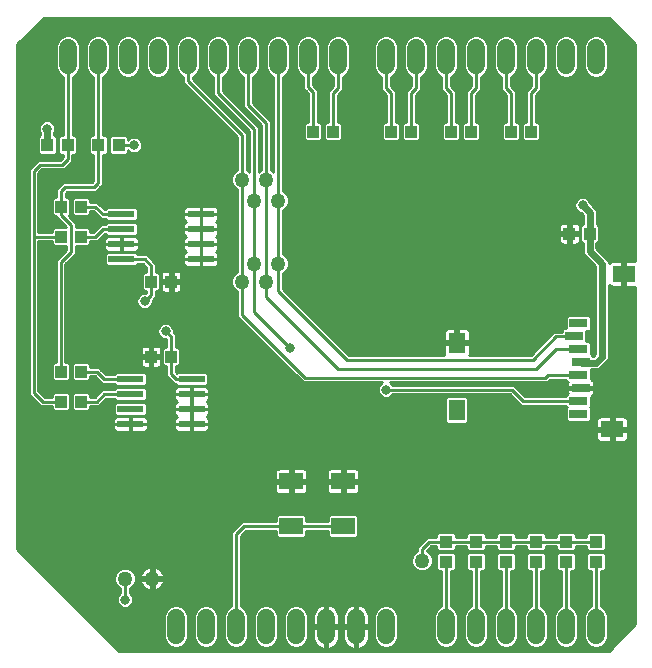
<source format=gtl>
G75*
%MOIN*%
%OFA0B0*%
%FSLAX25Y25*%
%IPPOS*%
%LPD*%
%AMOC8*
5,1,8,0,0,1.08239X$1,22.5*
%
%ADD10R,0.08700X0.02400*%
%ADD11R,0.03937X0.04331*%
%ADD12C,0.05937*%
%ADD13R,0.07874X0.05512*%
%ADD14R,0.08661X0.02362*%
%ADD15R,0.04331X0.03937*%
%ADD16R,0.07480X0.05512*%
%ADD17R,0.05512X0.07087*%
%ADD18R,0.05906X0.03150*%
%ADD19C,0.05000*%
%ADD20C,0.01000*%
%ADD21C,0.03200*%
%ADD22C,0.02400*%
D10*
X0096800Y0137500D03*
X0096800Y0142500D03*
X0096800Y0147500D03*
X0096800Y0152500D03*
X0123300Y0152500D03*
X0123300Y0147500D03*
X0123300Y0142500D03*
X0123300Y0137500D03*
D11*
X0113346Y0130000D03*
X0106654Y0130000D03*
X0083346Y0145000D03*
X0076654Y0145000D03*
X0076654Y0155000D03*
X0083346Y0155000D03*
X0078846Y0175500D03*
X0072154Y0175500D03*
X0089154Y0175500D03*
X0095846Y0175500D03*
X0160654Y0180000D03*
X0167346Y0180000D03*
X0186654Y0180000D03*
X0193346Y0180000D03*
X0206654Y0180000D03*
X0213346Y0180000D03*
X0226654Y0180000D03*
X0233346Y0180000D03*
X0246154Y0146000D03*
X0252846Y0146000D03*
X0113346Y0105000D03*
X0106654Y0105000D03*
X0083346Y0100000D03*
X0076654Y0100000D03*
X0076654Y0090000D03*
X0083346Y0090000D03*
D12*
X0115000Y0017969D02*
X0115000Y0012031D01*
X0125000Y0012031D02*
X0125000Y0017969D01*
X0135000Y0017969D02*
X0135000Y0012031D01*
X0145000Y0012031D02*
X0145000Y0017969D01*
X0155000Y0017969D02*
X0155000Y0012031D01*
X0165000Y0012031D02*
X0165000Y0017969D01*
X0175000Y0017969D02*
X0175000Y0012031D01*
X0185000Y0012031D02*
X0185000Y0017969D01*
X0205000Y0017969D02*
X0205000Y0012031D01*
X0215000Y0012031D02*
X0215000Y0017969D01*
X0225000Y0017969D02*
X0225000Y0012031D01*
X0235000Y0012031D02*
X0235000Y0017969D01*
X0245000Y0017969D02*
X0245000Y0012031D01*
X0255000Y0012031D02*
X0255000Y0017969D01*
X0255000Y0202031D02*
X0255000Y0207969D01*
X0245000Y0207969D02*
X0245000Y0202031D01*
X0235000Y0202031D02*
X0235000Y0207969D01*
X0225000Y0207969D02*
X0225000Y0202031D01*
X0215000Y0202031D02*
X0215000Y0207969D01*
X0205000Y0207969D02*
X0205000Y0202031D01*
X0195000Y0202031D02*
X0195000Y0207969D01*
X0185000Y0207969D02*
X0185000Y0202031D01*
X0169000Y0202031D02*
X0169000Y0207969D01*
X0159000Y0207969D02*
X0159000Y0202031D01*
X0149000Y0202031D02*
X0149000Y0207969D01*
X0139000Y0207969D02*
X0139000Y0202031D01*
X0129000Y0202031D02*
X0129000Y0207969D01*
X0119000Y0207969D02*
X0119000Y0202031D01*
X0109000Y0202031D02*
X0109000Y0207969D01*
X0099000Y0207969D02*
X0099000Y0202031D01*
X0089000Y0202031D02*
X0089000Y0207969D01*
X0079000Y0207969D02*
X0079000Y0202031D01*
D13*
X0153339Y0063480D03*
X0170661Y0063480D03*
X0170661Y0048520D03*
X0153339Y0048520D03*
D14*
X0120236Y0082500D03*
X0120236Y0087500D03*
X0120236Y0092500D03*
X0120236Y0097500D03*
X0099764Y0097500D03*
X0099764Y0092500D03*
X0099764Y0087500D03*
X0099764Y0082500D03*
D15*
X0205000Y0043346D03*
X0205000Y0036654D03*
X0215000Y0036654D03*
X0215000Y0043346D03*
X0225000Y0043346D03*
X0225000Y0036654D03*
X0235000Y0036654D03*
X0235000Y0043346D03*
X0245000Y0043346D03*
X0245000Y0036654D03*
X0255000Y0036654D03*
X0255000Y0043346D03*
D16*
X0260346Y0080803D03*
X0264283Y0132575D03*
D17*
X0208575Y0109543D03*
X0208575Y0087102D03*
D18*
X0247551Y0111709D03*
X0249126Y0107575D03*
X0249913Y0103244D03*
X0249126Y0098913D03*
X0249913Y0094583D03*
X0249126Y0090252D03*
X0249126Y0085921D03*
X0249126Y0116039D03*
D19*
X0197000Y0037000D03*
X0107000Y0031000D03*
X0098000Y0031000D03*
X0137000Y0130000D03*
X0141000Y0136000D03*
X0145000Y0130000D03*
X0149000Y0136000D03*
X0149000Y0157000D03*
X0141000Y0157000D03*
X0137000Y0164000D03*
X0145000Y0164000D03*
D20*
X0062000Y0209172D02*
X0062000Y0040828D01*
X0095828Y0007000D01*
X0259172Y0007000D01*
X0268000Y0015828D01*
X0268000Y0128319D01*
X0264783Y0128319D01*
X0264783Y0132075D01*
X0263783Y0132075D01*
X0263783Y0128319D01*
X0260346Y0128319D01*
X0259964Y0128421D01*
X0259622Y0128619D01*
X0259343Y0128898D01*
X0259300Y0128972D01*
X0259300Y0104047D01*
X0257300Y0102047D01*
X0255953Y0100700D01*
X0253452Y0100700D01*
X0253322Y0100569D01*
X0253179Y0100569D01*
X0253179Y0097627D01*
X0253445Y0097555D01*
X0253787Y0097358D01*
X0254066Y0097078D01*
X0254264Y0096736D01*
X0254366Y0096355D01*
X0254366Y0094870D01*
X0250201Y0094870D01*
X0250201Y0094295D01*
X0254366Y0094295D01*
X0254366Y0092810D01*
X0254264Y0092429D01*
X0254066Y0092087D01*
X0253787Y0091808D01*
X0253445Y0091610D01*
X0253179Y0091539D01*
X0253179Y0088222D01*
X0253044Y0088087D01*
X0253179Y0087952D01*
X0253179Y0083891D01*
X0252534Y0083246D01*
X0245718Y0083246D01*
X0245073Y0083891D01*
X0245073Y0087952D01*
X0245208Y0088087D01*
X0245073Y0088222D01*
X0245073Y0088652D01*
X0230085Y0088652D01*
X0229148Y0089589D01*
X0226337Y0092400D01*
X0187218Y0092400D01*
X0186529Y0091711D01*
X0185537Y0091300D01*
X0184463Y0091300D01*
X0183471Y0091711D01*
X0182711Y0092471D01*
X0182300Y0093463D01*
X0182300Y0094537D01*
X0182711Y0095529D01*
X0183471Y0096289D01*
X0183739Y0096400D01*
X0157337Y0096400D01*
X0135400Y0118337D01*
X0135400Y0126766D01*
X0134961Y0126948D01*
X0133948Y0127961D01*
X0133400Y0129284D01*
X0133400Y0130716D01*
X0133948Y0132039D01*
X0134961Y0133052D01*
X0135400Y0133234D01*
X0135400Y0160766D01*
X0134961Y0160948D01*
X0133948Y0161961D01*
X0133400Y0163284D01*
X0133400Y0164716D01*
X0133948Y0166039D01*
X0134961Y0167052D01*
X0135400Y0167234D01*
X0135400Y0178337D01*
X0117400Y0196337D01*
X0117400Y0198291D01*
X0116695Y0198582D01*
X0115551Y0199727D01*
X0114931Y0201222D01*
X0114931Y0208778D01*
X0115551Y0210273D01*
X0116695Y0211418D01*
X0118191Y0212037D01*
X0119809Y0212037D01*
X0121305Y0211418D01*
X0122449Y0210273D01*
X0123068Y0208778D01*
X0123068Y0201222D01*
X0122449Y0199727D01*
X0121305Y0198582D01*
X0120600Y0198291D01*
X0120600Y0197663D01*
X0138600Y0179663D01*
X0138600Y0167234D01*
X0139039Y0167052D01*
X0139400Y0166691D01*
X0139400Y0180337D01*
X0127400Y0192337D01*
X0127400Y0198291D01*
X0126695Y0198582D01*
X0125551Y0199727D01*
X0124931Y0201222D01*
X0124931Y0208778D01*
X0125551Y0210273D01*
X0126695Y0211418D01*
X0128191Y0212037D01*
X0129809Y0212037D01*
X0131305Y0211418D01*
X0132449Y0210273D01*
X0133068Y0208778D01*
X0133068Y0201222D01*
X0132449Y0199727D01*
X0131305Y0198582D01*
X0130600Y0198291D01*
X0130600Y0193663D01*
X0141663Y0182600D01*
X0141663Y0182600D01*
X0142600Y0181663D01*
X0142600Y0166691D01*
X0142961Y0167052D01*
X0143400Y0167234D01*
X0143400Y0182337D01*
X0137400Y0188337D01*
X0137400Y0198291D01*
X0136695Y0198582D01*
X0135551Y0199727D01*
X0134931Y0201222D01*
X0134931Y0208778D01*
X0135551Y0210273D01*
X0136695Y0211418D01*
X0138191Y0212037D01*
X0139809Y0212037D01*
X0141305Y0211418D01*
X0142449Y0210273D01*
X0143068Y0208778D01*
X0143068Y0201222D01*
X0142449Y0199727D01*
X0141305Y0198582D01*
X0140600Y0198291D01*
X0140600Y0189663D01*
X0145663Y0184600D01*
X0145663Y0184600D01*
X0146600Y0183663D01*
X0146600Y0167234D01*
X0147039Y0167052D01*
X0147400Y0166691D01*
X0147400Y0198291D01*
X0146695Y0198582D01*
X0145551Y0199727D01*
X0144931Y0201222D01*
X0144931Y0208778D01*
X0145551Y0210273D01*
X0146695Y0211418D01*
X0148191Y0212037D01*
X0149809Y0212037D01*
X0151305Y0211418D01*
X0152449Y0210273D01*
X0153068Y0208778D01*
X0153068Y0201222D01*
X0152449Y0199727D01*
X0151305Y0198582D01*
X0150600Y0198291D01*
X0150600Y0160234D01*
X0151039Y0160052D01*
X0152052Y0159039D01*
X0152600Y0157716D01*
X0152600Y0156284D01*
X0152052Y0154961D01*
X0151039Y0153948D01*
X0150600Y0153766D01*
X0150600Y0139234D01*
X0151039Y0139052D01*
X0152052Y0138039D01*
X0152600Y0136716D01*
X0152600Y0135284D01*
X0152052Y0133961D01*
X0151039Y0132948D01*
X0150600Y0132766D01*
X0150600Y0127663D01*
X0172663Y0105600D01*
X0204373Y0105600D01*
X0204319Y0105803D01*
X0204319Y0109043D01*
X0208075Y0109043D01*
X0208075Y0110043D01*
X0204319Y0110043D01*
X0204319Y0113284D01*
X0204421Y0113666D01*
X0204619Y0114008D01*
X0204898Y0114287D01*
X0205240Y0114484D01*
X0205621Y0114587D01*
X0208075Y0114587D01*
X0208075Y0110043D01*
X0209075Y0110043D01*
X0212831Y0110043D01*
X0212831Y0113284D01*
X0212728Y0113666D01*
X0212531Y0114008D01*
X0212252Y0114287D01*
X0211910Y0114484D01*
X0211528Y0114587D01*
X0209075Y0114587D01*
X0209075Y0110043D01*
X0209075Y0109043D01*
X0212831Y0109043D01*
X0212831Y0105803D01*
X0212776Y0105600D01*
X0233337Y0105600D01*
X0240109Y0112371D01*
X0241046Y0113309D01*
X0243498Y0113309D01*
X0243498Y0113739D01*
X0244143Y0114383D01*
X0245073Y0114383D01*
X0245073Y0118070D01*
X0245718Y0118714D01*
X0252534Y0118714D01*
X0253179Y0118070D01*
X0253179Y0114009D01*
X0252534Y0113365D01*
X0251604Y0113365D01*
X0251604Y0110250D01*
X0252534Y0110250D01*
X0253179Y0109605D01*
X0253179Y0105919D01*
X0253322Y0105919D01*
X0253941Y0105300D01*
X0254047Y0105300D01*
X0254700Y0105953D01*
X0254700Y0135047D01*
X0251894Y0137854D01*
X0250546Y0139201D01*
X0250546Y0142735D01*
X0250422Y0142735D01*
X0249778Y0143379D01*
X0249778Y0148621D01*
X0250422Y0149265D01*
X0250700Y0149265D01*
X0250700Y0152047D01*
X0249936Y0152811D01*
X0248971Y0153211D01*
X0248211Y0153971D01*
X0247800Y0154963D01*
X0247800Y0156037D01*
X0248211Y0157029D01*
X0248971Y0157789D01*
X0249963Y0158200D01*
X0251037Y0158200D01*
X0252029Y0157789D01*
X0252789Y0157029D01*
X0253189Y0156064D01*
X0253953Y0155300D01*
X0255300Y0153953D01*
X0255300Y0149236D01*
X0255915Y0148621D01*
X0255915Y0143379D01*
X0255271Y0142735D01*
X0255146Y0142735D01*
X0255146Y0141106D01*
X0257953Y0138300D01*
X0259300Y0136953D01*
X0259300Y0136177D01*
X0259343Y0136252D01*
X0259622Y0136531D01*
X0259964Y0136728D01*
X0260346Y0136831D01*
X0263783Y0136831D01*
X0263783Y0133075D01*
X0264783Y0133075D01*
X0264783Y0136831D01*
X0268000Y0136831D01*
X0268000Y0209172D01*
X0259172Y0218000D01*
X0070828Y0218000D01*
X0062000Y0209172D01*
X0062000Y0208696D02*
X0074931Y0208696D01*
X0074931Y0208778D02*
X0074931Y0201222D01*
X0075551Y0199727D01*
X0076695Y0198582D01*
X0077400Y0198291D01*
X0077400Y0178765D01*
X0076422Y0178765D01*
X0075778Y0178121D01*
X0075778Y0172879D01*
X0076422Y0172235D01*
X0077246Y0172235D01*
X0077246Y0171509D01*
X0076337Y0170600D01*
X0068837Y0170600D01*
X0066837Y0168600D01*
X0065900Y0167663D01*
X0065900Y0092337D01*
X0068900Y0089337D01*
X0069837Y0088400D01*
X0073585Y0088400D01*
X0073585Y0087379D01*
X0074229Y0086735D01*
X0079078Y0086735D01*
X0079722Y0087379D01*
X0079722Y0092621D01*
X0079078Y0093265D01*
X0074229Y0093265D01*
X0073585Y0092621D01*
X0073585Y0091600D01*
X0071163Y0091600D01*
X0069100Y0093663D01*
X0069100Y0143400D01*
X0073585Y0143400D01*
X0073585Y0142379D01*
X0074229Y0141735D01*
X0078400Y0141735D01*
X0078400Y0140663D01*
X0075837Y0138100D01*
X0074900Y0137163D01*
X0074900Y0103265D01*
X0074229Y0103265D01*
X0073585Y0102621D01*
X0073585Y0097379D01*
X0074229Y0096735D01*
X0079078Y0096735D01*
X0079722Y0097379D01*
X0079722Y0102621D01*
X0079078Y0103265D01*
X0078100Y0103265D01*
X0078100Y0135837D01*
X0081600Y0139337D01*
X0081600Y0141735D01*
X0085771Y0141735D01*
X0086415Y0142379D01*
X0086415Y0143400D01*
X0088663Y0143400D01*
X0089600Y0144337D01*
X0091163Y0145900D01*
X0091350Y0145900D01*
X0091350Y0145844D01*
X0091994Y0145200D01*
X0101606Y0145200D01*
X0102250Y0145844D01*
X0102250Y0149156D01*
X0101606Y0149800D01*
X0091994Y0149800D01*
X0091350Y0149156D01*
X0091350Y0149100D01*
X0089837Y0149100D01*
X0087337Y0146600D01*
X0086415Y0146600D01*
X0086415Y0147621D01*
X0085771Y0148265D01*
X0081600Y0148265D01*
X0081600Y0149663D01*
X0080663Y0150600D01*
X0079303Y0151960D01*
X0079722Y0152379D01*
X0079722Y0157621D01*
X0079078Y0158265D01*
X0078254Y0158265D01*
X0078254Y0159491D01*
X0078663Y0159900D01*
X0088163Y0159900D01*
X0089663Y0161400D01*
X0090600Y0162337D01*
X0090600Y0172235D01*
X0091578Y0172235D01*
X0092222Y0172879D01*
X0092222Y0178121D01*
X0091578Y0178765D01*
X0090634Y0178765D01*
X0090600Y0179683D01*
X0090600Y0198291D01*
X0091305Y0198582D01*
X0092449Y0199727D01*
X0093068Y0201222D01*
X0093068Y0208778D01*
X0092449Y0210273D01*
X0091305Y0211418D01*
X0089809Y0212037D01*
X0088191Y0212037D01*
X0086695Y0211418D01*
X0085551Y0210273D01*
X0084931Y0208778D01*
X0084931Y0201222D01*
X0085551Y0199727D01*
X0086695Y0198582D01*
X0087400Y0198291D01*
X0087400Y0180282D01*
X0087377Y0180257D01*
X0087400Y0179624D01*
X0087400Y0178991D01*
X0087424Y0178966D01*
X0087432Y0178765D01*
X0086729Y0178765D01*
X0086085Y0178121D01*
X0086085Y0172879D01*
X0086729Y0172235D01*
X0087400Y0172235D01*
X0087400Y0163663D01*
X0086837Y0163100D01*
X0077337Y0163100D01*
X0076400Y0162163D01*
X0075054Y0160816D01*
X0075054Y0158265D01*
X0074229Y0158265D01*
X0073585Y0157621D01*
X0073585Y0152379D01*
X0074229Y0151735D01*
X0075054Y0151735D01*
X0075054Y0151684D01*
X0078400Y0148337D01*
X0078400Y0148265D01*
X0074229Y0148265D01*
X0073585Y0147621D01*
X0073585Y0146600D01*
X0069100Y0146600D01*
X0069100Y0166337D01*
X0070163Y0167400D01*
X0077663Y0167400D01*
X0078600Y0168337D01*
X0080446Y0170184D01*
X0080446Y0172235D01*
X0081271Y0172235D01*
X0081915Y0172879D01*
X0081915Y0178121D01*
X0081271Y0178765D01*
X0080600Y0178765D01*
X0080600Y0198291D01*
X0081305Y0198582D01*
X0082449Y0199727D01*
X0083068Y0201222D01*
X0083068Y0208778D01*
X0082449Y0210273D01*
X0081305Y0211418D01*
X0079809Y0212037D01*
X0078191Y0212037D01*
X0076695Y0211418D01*
X0075551Y0210273D01*
X0074931Y0208778D01*
X0075311Y0209695D02*
X0062523Y0209695D01*
X0063522Y0210693D02*
X0075971Y0210693D01*
X0077357Y0211692D02*
X0064520Y0211692D01*
X0065519Y0212690D02*
X0264481Y0212690D01*
X0265480Y0211692D02*
X0256643Y0211692D01*
X0257305Y0211418D02*
X0255809Y0212037D01*
X0254191Y0212037D01*
X0252695Y0211418D01*
X0251551Y0210273D01*
X0250931Y0208778D01*
X0250931Y0201222D01*
X0251551Y0199727D01*
X0252695Y0198582D01*
X0254191Y0197963D01*
X0255809Y0197963D01*
X0257305Y0198582D01*
X0258449Y0199727D01*
X0259068Y0201222D01*
X0259068Y0208778D01*
X0258449Y0210273D01*
X0257305Y0211418D01*
X0258029Y0210693D02*
X0266478Y0210693D01*
X0267477Y0209695D02*
X0258689Y0209695D01*
X0259068Y0208696D02*
X0268000Y0208696D01*
X0268000Y0207698D02*
X0259068Y0207698D01*
X0259068Y0206699D02*
X0268000Y0206699D01*
X0268000Y0205701D02*
X0259068Y0205701D01*
X0259068Y0204702D02*
X0268000Y0204702D01*
X0268000Y0203704D02*
X0259068Y0203704D01*
X0259068Y0202705D02*
X0268000Y0202705D01*
X0268000Y0201707D02*
X0259068Y0201707D01*
X0258856Y0200708D02*
X0268000Y0200708D01*
X0268000Y0199710D02*
X0258432Y0199710D01*
X0257433Y0198711D02*
X0268000Y0198711D01*
X0268000Y0197713D02*
X0236600Y0197713D01*
X0236600Y0198291D02*
X0237305Y0198582D01*
X0238449Y0199727D01*
X0239068Y0201222D01*
X0239068Y0208778D01*
X0238449Y0210273D01*
X0237305Y0211418D01*
X0235809Y0212037D01*
X0234191Y0212037D01*
X0232695Y0211418D01*
X0231551Y0210273D01*
X0230931Y0208778D01*
X0230931Y0201222D01*
X0231551Y0199727D01*
X0232695Y0198582D01*
X0233400Y0198291D01*
X0233400Y0195163D01*
X0231746Y0193509D01*
X0231746Y0183265D01*
X0230922Y0183265D01*
X0230278Y0182621D01*
X0230278Y0177379D01*
X0230922Y0176735D01*
X0235771Y0176735D01*
X0236415Y0177379D01*
X0236415Y0182621D01*
X0235771Y0183265D01*
X0234946Y0183265D01*
X0234946Y0192184D01*
X0235663Y0192900D01*
X0236600Y0193837D01*
X0236600Y0198291D01*
X0237433Y0198711D02*
X0242567Y0198711D01*
X0242695Y0198582D02*
X0244191Y0197963D01*
X0245809Y0197963D01*
X0247305Y0198582D01*
X0248449Y0199727D01*
X0249068Y0201222D01*
X0249068Y0208778D01*
X0248449Y0210273D01*
X0247305Y0211418D01*
X0245809Y0212037D01*
X0244191Y0212037D01*
X0242695Y0211418D01*
X0241551Y0210273D01*
X0240931Y0208778D01*
X0240931Y0201222D01*
X0241551Y0199727D01*
X0242695Y0198582D01*
X0241568Y0199710D02*
X0238432Y0199710D01*
X0238856Y0200708D02*
X0241144Y0200708D01*
X0240931Y0201707D02*
X0239068Y0201707D01*
X0239068Y0202705D02*
X0240931Y0202705D01*
X0240931Y0203704D02*
X0239068Y0203704D01*
X0239068Y0204702D02*
X0240931Y0204702D01*
X0240931Y0205701D02*
X0239068Y0205701D01*
X0239068Y0206699D02*
X0240931Y0206699D01*
X0240931Y0207698D02*
X0239068Y0207698D01*
X0239068Y0208696D02*
X0240931Y0208696D01*
X0241311Y0209695D02*
X0238689Y0209695D01*
X0238029Y0210693D02*
X0241971Y0210693D01*
X0243357Y0211692D02*
X0236643Y0211692D01*
X0233357Y0211692D02*
X0226643Y0211692D01*
X0227305Y0211418D02*
X0225809Y0212037D01*
X0224191Y0212037D01*
X0222695Y0211418D01*
X0221551Y0210273D01*
X0220931Y0208778D01*
X0220931Y0201222D01*
X0221551Y0199727D01*
X0222695Y0198582D01*
X0223400Y0198291D01*
X0223400Y0193837D01*
X0224337Y0192900D01*
X0225054Y0192184D01*
X0225054Y0183265D01*
X0224229Y0183265D01*
X0223585Y0182621D01*
X0223585Y0177379D01*
X0224229Y0176735D01*
X0229078Y0176735D01*
X0229722Y0177379D01*
X0229722Y0182621D01*
X0229078Y0183265D01*
X0228254Y0183265D01*
X0228254Y0193509D01*
X0226600Y0195163D01*
X0226600Y0198291D01*
X0227305Y0198582D01*
X0228449Y0199727D01*
X0229068Y0201222D01*
X0229068Y0208778D01*
X0228449Y0210273D01*
X0227305Y0211418D01*
X0228029Y0210693D02*
X0231971Y0210693D01*
X0231311Y0209695D02*
X0228689Y0209695D01*
X0229068Y0208696D02*
X0230931Y0208696D01*
X0230931Y0207698D02*
X0229068Y0207698D01*
X0229068Y0206699D02*
X0230931Y0206699D01*
X0230931Y0205701D02*
X0229068Y0205701D01*
X0229068Y0204702D02*
X0230931Y0204702D01*
X0230931Y0203704D02*
X0229068Y0203704D01*
X0229068Y0202705D02*
X0230931Y0202705D01*
X0230931Y0201707D02*
X0229068Y0201707D01*
X0228856Y0200708D02*
X0231144Y0200708D01*
X0231568Y0199710D02*
X0228432Y0199710D01*
X0227433Y0198711D02*
X0232567Y0198711D01*
X0233400Y0197713D02*
X0226600Y0197713D01*
X0226600Y0196714D02*
X0233400Y0196714D01*
X0233400Y0195716D02*
X0226600Y0195716D01*
X0227046Y0194717D02*
X0232954Y0194717D01*
X0231956Y0193719D02*
X0228044Y0193719D01*
X0228254Y0192720D02*
X0231746Y0192720D01*
X0231746Y0191722D02*
X0228254Y0191722D01*
X0228254Y0190723D02*
X0231746Y0190723D01*
X0231746Y0189725D02*
X0228254Y0189725D01*
X0228254Y0188726D02*
X0231746Y0188726D01*
X0231746Y0187728D02*
X0228254Y0187728D01*
X0228254Y0186729D02*
X0231746Y0186729D01*
X0231746Y0185731D02*
X0228254Y0185731D01*
X0228254Y0184732D02*
X0231746Y0184732D01*
X0231746Y0183734D02*
X0228254Y0183734D01*
X0229608Y0182735D02*
X0230392Y0182735D01*
X0230278Y0181737D02*
X0229722Y0181737D01*
X0229722Y0180738D02*
X0230278Y0180738D01*
X0230278Y0179739D02*
X0229722Y0179739D01*
X0229722Y0178741D02*
X0230278Y0178741D01*
X0230278Y0177742D02*
X0229722Y0177742D01*
X0229087Y0176744D02*
X0230913Y0176744D01*
X0233346Y0180000D02*
X0233346Y0192846D01*
X0235000Y0194500D01*
X0235000Y0205000D01*
X0225000Y0205000D02*
X0225000Y0194500D01*
X0226654Y0192846D01*
X0226654Y0180000D01*
X0223585Y0179739D02*
X0216415Y0179739D01*
X0216415Y0178741D02*
X0223585Y0178741D01*
X0223585Y0177742D02*
X0216415Y0177742D01*
X0216415Y0177379D02*
X0216415Y0182621D01*
X0215771Y0183265D01*
X0214946Y0183265D01*
X0214946Y0192184D01*
X0215663Y0192900D01*
X0216600Y0193837D01*
X0216600Y0198291D01*
X0217305Y0198582D01*
X0218449Y0199727D01*
X0219068Y0201222D01*
X0219068Y0208778D01*
X0218449Y0210273D01*
X0217305Y0211418D01*
X0215809Y0212037D01*
X0214191Y0212037D01*
X0212695Y0211418D01*
X0211551Y0210273D01*
X0210931Y0208778D01*
X0210931Y0201222D01*
X0211551Y0199727D01*
X0212695Y0198582D01*
X0213400Y0198291D01*
X0213400Y0195163D01*
X0211746Y0193509D01*
X0211746Y0183265D01*
X0210922Y0183265D01*
X0210278Y0182621D01*
X0210278Y0177379D01*
X0210922Y0176735D01*
X0215771Y0176735D01*
X0216415Y0177379D01*
X0215780Y0176744D02*
X0224220Y0176744D01*
X0223585Y0180738D02*
X0216415Y0180738D01*
X0216415Y0181737D02*
X0223585Y0181737D01*
X0223699Y0182735D02*
X0216301Y0182735D01*
X0214946Y0183734D02*
X0225054Y0183734D01*
X0225054Y0184732D02*
X0214946Y0184732D01*
X0214946Y0185731D02*
X0225054Y0185731D01*
X0225054Y0186729D02*
X0214946Y0186729D01*
X0214946Y0187728D02*
X0225054Y0187728D01*
X0225054Y0188726D02*
X0214946Y0188726D01*
X0214946Y0189725D02*
X0225054Y0189725D01*
X0225054Y0190723D02*
X0214946Y0190723D01*
X0214946Y0191722D02*
X0225054Y0191722D01*
X0224517Y0192720D02*
X0215483Y0192720D01*
X0216481Y0193719D02*
X0223519Y0193719D01*
X0223400Y0194717D02*
X0216600Y0194717D01*
X0216600Y0195716D02*
X0223400Y0195716D01*
X0223400Y0196714D02*
X0216600Y0196714D01*
X0216600Y0197713D02*
X0223400Y0197713D01*
X0222567Y0198711D02*
X0217433Y0198711D01*
X0218432Y0199710D02*
X0221568Y0199710D01*
X0221144Y0200708D02*
X0218856Y0200708D01*
X0219068Y0201707D02*
X0220931Y0201707D01*
X0220931Y0202705D02*
X0219068Y0202705D01*
X0219068Y0203704D02*
X0220931Y0203704D01*
X0220931Y0204702D02*
X0219068Y0204702D01*
X0219068Y0205701D02*
X0220931Y0205701D01*
X0220931Y0206699D02*
X0219068Y0206699D01*
X0219068Y0207698D02*
X0220931Y0207698D01*
X0220931Y0208696D02*
X0219068Y0208696D01*
X0218689Y0209695D02*
X0221311Y0209695D01*
X0221971Y0210693D02*
X0218029Y0210693D01*
X0216643Y0211692D02*
X0223357Y0211692D01*
X0213357Y0211692D02*
X0206643Y0211692D01*
X0207305Y0211418D02*
X0205809Y0212037D01*
X0204191Y0212037D01*
X0202695Y0211418D01*
X0201551Y0210273D01*
X0200931Y0208778D01*
X0200931Y0201222D01*
X0201551Y0199727D01*
X0202695Y0198582D01*
X0203400Y0198291D01*
X0203400Y0193837D01*
X0204337Y0192900D01*
X0205054Y0192184D01*
X0205054Y0183265D01*
X0204229Y0183265D01*
X0203585Y0182621D01*
X0203585Y0177379D01*
X0204229Y0176735D01*
X0209078Y0176735D01*
X0209722Y0177379D01*
X0209722Y0182621D01*
X0209078Y0183265D01*
X0208254Y0183265D01*
X0208254Y0193509D01*
X0206600Y0195163D01*
X0206600Y0198291D01*
X0207305Y0198582D01*
X0208449Y0199727D01*
X0209068Y0201222D01*
X0209068Y0208778D01*
X0208449Y0210273D01*
X0207305Y0211418D01*
X0208029Y0210693D02*
X0211971Y0210693D01*
X0211311Y0209695D02*
X0208689Y0209695D01*
X0209068Y0208696D02*
X0210931Y0208696D01*
X0210931Y0207698D02*
X0209068Y0207698D01*
X0209068Y0206699D02*
X0210931Y0206699D01*
X0210931Y0205701D02*
X0209068Y0205701D01*
X0209068Y0204702D02*
X0210931Y0204702D01*
X0210931Y0203704D02*
X0209068Y0203704D01*
X0209068Y0202705D02*
X0210931Y0202705D01*
X0210931Y0201707D02*
X0209068Y0201707D01*
X0208856Y0200708D02*
X0211144Y0200708D01*
X0211568Y0199710D02*
X0208432Y0199710D01*
X0207433Y0198711D02*
X0212567Y0198711D01*
X0213400Y0197713D02*
X0206600Y0197713D01*
X0206600Y0196714D02*
X0213400Y0196714D01*
X0213400Y0195716D02*
X0206600Y0195716D01*
X0207046Y0194717D02*
X0212954Y0194717D01*
X0211956Y0193719D02*
X0208044Y0193719D01*
X0208254Y0192720D02*
X0211746Y0192720D01*
X0211746Y0191722D02*
X0208254Y0191722D01*
X0208254Y0190723D02*
X0211746Y0190723D01*
X0211746Y0189725D02*
X0208254Y0189725D01*
X0208254Y0188726D02*
X0211746Y0188726D01*
X0211746Y0187728D02*
X0208254Y0187728D01*
X0208254Y0186729D02*
X0211746Y0186729D01*
X0211746Y0185731D02*
X0208254Y0185731D01*
X0208254Y0184732D02*
X0211746Y0184732D01*
X0211746Y0183734D02*
X0208254Y0183734D01*
X0209608Y0182735D02*
X0210392Y0182735D01*
X0210278Y0181737D02*
X0209722Y0181737D01*
X0209722Y0180738D02*
X0210278Y0180738D01*
X0210278Y0179739D02*
X0209722Y0179739D01*
X0209722Y0178741D02*
X0210278Y0178741D01*
X0210278Y0177742D02*
X0209722Y0177742D01*
X0209087Y0176744D02*
X0210913Y0176744D01*
X0213346Y0180000D02*
X0213346Y0192846D01*
X0215000Y0194500D01*
X0215000Y0205000D01*
X0205000Y0205000D02*
X0205000Y0194500D01*
X0206654Y0192846D01*
X0206654Y0180000D01*
X0203585Y0179739D02*
X0196415Y0179739D01*
X0196415Y0178741D02*
X0203585Y0178741D01*
X0203585Y0177742D02*
X0196415Y0177742D01*
X0196415Y0177379D02*
X0196415Y0182621D01*
X0195771Y0183265D01*
X0194946Y0183265D01*
X0194946Y0192184D01*
X0195663Y0192900D01*
X0196600Y0193837D01*
X0196600Y0198291D01*
X0197305Y0198582D01*
X0198449Y0199727D01*
X0199068Y0201222D01*
X0199068Y0208778D01*
X0198449Y0210273D01*
X0197305Y0211418D01*
X0195809Y0212037D01*
X0194191Y0212037D01*
X0192695Y0211418D01*
X0191551Y0210273D01*
X0190931Y0208778D01*
X0190931Y0201222D01*
X0191551Y0199727D01*
X0192695Y0198582D01*
X0193400Y0198291D01*
X0193400Y0195163D01*
X0191746Y0193509D01*
X0191746Y0183265D01*
X0190922Y0183265D01*
X0190278Y0182621D01*
X0190278Y0177379D01*
X0190922Y0176735D01*
X0195771Y0176735D01*
X0196415Y0177379D01*
X0195780Y0176744D02*
X0204220Y0176744D01*
X0203585Y0180738D02*
X0196415Y0180738D01*
X0196415Y0181737D02*
X0203585Y0181737D01*
X0203699Y0182735D02*
X0196301Y0182735D01*
X0194946Y0183734D02*
X0205054Y0183734D01*
X0205054Y0184732D02*
X0194946Y0184732D01*
X0194946Y0185731D02*
X0205054Y0185731D01*
X0205054Y0186729D02*
X0194946Y0186729D01*
X0194946Y0187728D02*
X0205054Y0187728D01*
X0205054Y0188726D02*
X0194946Y0188726D01*
X0194946Y0189725D02*
X0205054Y0189725D01*
X0205054Y0190723D02*
X0194946Y0190723D01*
X0194946Y0191722D02*
X0205054Y0191722D01*
X0204517Y0192720D02*
X0195483Y0192720D01*
X0196481Y0193719D02*
X0203519Y0193719D01*
X0203400Y0194717D02*
X0196600Y0194717D01*
X0196600Y0195716D02*
X0203400Y0195716D01*
X0203400Y0196714D02*
X0196600Y0196714D01*
X0196600Y0197713D02*
X0203400Y0197713D01*
X0202567Y0198711D02*
X0197433Y0198711D01*
X0198432Y0199710D02*
X0201568Y0199710D01*
X0201144Y0200708D02*
X0198856Y0200708D01*
X0199068Y0201707D02*
X0200931Y0201707D01*
X0200931Y0202705D02*
X0199068Y0202705D01*
X0199068Y0203704D02*
X0200931Y0203704D01*
X0200931Y0204702D02*
X0199068Y0204702D01*
X0199068Y0205701D02*
X0200931Y0205701D01*
X0200931Y0206699D02*
X0199068Y0206699D01*
X0199068Y0207698D02*
X0200931Y0207698D01*
X0200931Y0208696D02*
X0199068Y0208696D01*
X0198689Y0209695D02*
X0201311Y0209695D01*
X0201971Y0210693D02*
X0198029Y0210693D01*
X0196643Y0211692D02*
X0203357Y0211692D01*
X0195000Y0205000D02*
X0195000Y0194500D01*
X0193346Y0192846D01*
X0193346Y0180000D01*
X0190278Y0179739D02*
X0189722Y0179739D01*
X0189722Y0178741D02*
X0190278Y0178741D01*
X0190278Y0177742D02*
X0189722Y0177742D01*
X0189722Y0177379D02*
X0189722Y0182621D01*
X0189078Y0183265D01*
X0188254Y0183265D01*
X0188254Y0193509D01*
X0186600Y0195163D01*
X0186600Y0198291D01*
X0187305Y0198582D01*
X0188449Y0199727D01*
X0189068Y0201222D01*
X0189068Y0208778D01*
X0188449Y0210273D01*
X0187305Y0211418D01*
X0185809Y0212037D01*
X0184191Y0212037D01*
X0182695Y0211418D01*
X0181551Y0210273D01*
X0180931Y0208778D01*
X0180931Y0201222D01*
X0181551Y0199727D01*
X0182695Y0198582D01*
X0183400Y0198291D01*
X0183400Y0193837D01*
X0185054Y0192184D01*
X0185054Y0183265D01*
X0184229Y0183265D01*
X0183585Y0182621D01*
X0183585Y0177379D01*
X0184229Y0176735D01*
X0189078Y0176735D01*
X0189722Y0177379D01*
X0189087Y0176744D02*
X0190913Y0176744D01*
X0190278Y0180738D02*
X0189722Y0180738D01*
X0189722Y0181737D02*
X0190278Y0181737D01*
X0190392Y0182735D02*
X0189608Y0182735D01*
X0188254Y0183734D02*
X0191746Y0183734D01*
X0191746Y0184732D02*
X0188254Y0184732D01*
X0188254Y0185731D02*
X0191746Y0185731D01*
X0191746Y0186729D02*
X0188254Y0186729D01*
X0188254Y0187728D02*
X0191746Y0187728D01*
X0191746Y0188726D02*
X0188254Y0188726D01*
X0188254Y0189725D02*
X0191746Y0189725D01*
X0191746Y0190723D02*
X0188254Y0190723D01*
X0188254Y0191722D02*
X0191746Y0191722D01*
X0191746Y0192720D02*
X0188254Y0192720D01*
X0188044Y0193719D02*
X0191956Y0193719D01*
X0192954Y0194717D02*
X0187046Y0194717D01*
X0186600Y0195716D02*
X0193400Y0195716D01*
X0193400Y0196714D02*
X0186600Y0196714D01*
X0186600Y0197713D02*
X0193400Y0197713D01*
X0192567Y0198711D02*
X0187433Y0198711D01*
X0188432Y0199710D02*
X0191568Y0199710D01*
X0191144Y0200708D02*
X0188856Y0200708D01*
X0189068Y0201707D02*
X0190931Y0201707D01*
X0190931Y0202705D02*
X0189068Y0202705D01*
X0189068Y0203704D02*
X0190931Y0203704D01*
X0190931Y0204702D02*
X0189068Y0204702D01*
X0189068Y0205701D02*
X0190931Y0205701D01*
X0190931Y0206699D02*
X0189068Y0206699D01*
X0189068Y0207698D02*
X0190931Y0207698D01*
X0190931Y0208696D02*
X0189068Y0208696D01*
X0188689Y0209695D02*
X0191311Y0209695D01*
X0191971Y0210693D02*
X0188029Y0210693D01*
X0186643Y0211692D02*
X0193357Y0211692D01*
X0183357Y0211692D02*
X0170643Y0211692D01*
X0171305Y0211418D02*
X0169809Y0212037D01*
X0168191Y0212037D01*
X0166695Y0211418D01*
X0165551Y0210273D01*
X0164931Y0208778D01*
X0164931Y0201222D01*
X0165551Y0199727D01*
X0166695Y0198582D01*
X0167400Y0198291D01*
X0167400Y0195163D01*
X0165746Y0193509D01*
X0165746Y0183265D01*
X0164922Y0183265D01*
X0164278Y0182621D01*
X0164278Y0177379D01*
X0164922Y0176735D01*
X0169771Y0176735D01*
X0170415Y0177379D01*
X0170415Y0182621D01*
X0169771Y0183265D01*
X0168946Y0183265D01*
X0168946Y0192184D01*
X0169663Y0192900D01*
X0170600Y0193837D01*
X0170600Y0198291D01*
X0171305Y0198582D01*
X0172449Y0199727D01*
X0173068Y0201222D01*
X0173068Y0208778D01*
X0172449Y0210273D01*
X0171305Y0211418D01*
X0172029Y0210693D02*
X0181971Y0210693D01*
X0181311Y0209695D02*
X0172689Y0209695D01*
X0173068Y0208696D02*
X0180931Y0208696D01*
X0180931Y0207698D02*
X0173068Y0207698D01*
X0173068Y0206699D02*
X0180931Y0206699D01*
X0180931Y0205701D02*
X0173068Y0205701D01*
X0173068Y0204702D02*
X0180931Y0204702D01*
X0180931Y0203704D02*
X0173068Y0203704D01*
X0173068Y0202705D02*
X0180931Y0202705D01*
X0180931Y0201707D02*
X0173068Y0201707D01*
X0172856Y0200708D02*
X0181144Y0200708D01*
X0181568Y0199710D02*
X0172432Y0199710D01*
X0171433Y0198711D02*
X0182567Y0198711D01*
X0183400Y0197713D02*
X0170600Y0197713D01*
X0170600Y0196714D02*
X0183400Y0196714D01*
X0183400Y0195716D02*
X0170600Y0195716D01*
X0170600Y0194717D02*
X0183400Y0194717D01*
X0183519Y0193719D02*
X0170481Y0193719D01*
X0169483Y0192720D02*
X0184517Y0192720D01*
X0185054Y0191722D02*
X0168946Y0191722D01*
X0168946Y0190723D02*
X0185054Y0190723D01*
X0185054Y0189725D02*
X0168946Y0189725D01*
X0168946Y0188726D02*
X0185054Y0188726D01*
X0185054Y0187728D02*
X0168946Y0187728D01*
X0168946Y0186729D02*
X0185054Y0186729D01*
X0185054Y0185731D02*
X0168946Y0185731D01*
X0168946Y0184732D02*
X0185054Y0184732D01*
X0185054Y0183734D02*
X0168946Y0183734D01*
X0170301Y0182735D02*
X0183699Y0182735D01*
X0183585Y0181737D02*
X0170415Y0181737D01*
X0170415Y0180738D02*
X0183585Y0180738D01*
X0183585Y0179739D02*
X0170415Y0179739D01*
X0170415Y0178741D02*
X0183585Y0178741D01*
X0183585Y0177742D02*
X0170415Y0177742D01*
X0169780Y0176744D02*
X0184220Y0176744D01*
X0186654Y0180000D02*
X0186654Y0192846D01*
X0185000Y0194500D01*
X0185000Y0205000D01*
X0169000Y0205000D02*
X0169000Y0194500D01*
X0167346Y0192846D01*
X0167346Y0180000D01*
X0164278Y0179739D02*
X0163722Y0179739D01*
X0163722Y0178741D02*
X0164278Y0178741D01*
X0164278Y0177742D02*
X0163722Y0177742D01*
X0163722Y0177379D02*
X0163722Y0182621D01*
X0163078Y0183265D01*
X0162254Y0183265D01*
X0162254Y0194009D01*
X0160600Y0195663D01*
X0160600Y0198291D01*
X0161305Y0198582D01*
X0162449Y0199727D01*
X0163068Y0201222D01*
X0163068Y0208778D01*
X0162449Y0210273D01*
X0161305Y0211418D01*
X0159809Y0212037D01*
X0158191Y0212037D01*
X0156695Y0211418D01*
X0155551Y0210273D01*
X0154931Y0208778D01*
X0154931Y0201222D01*
X0155551Y0199727D01*
X0156695Y0198582D01*
X0157400Y0198291D01*
X0157400Y0194337D01*
X0158337Y0193400D01*
X0159054Y0192684D01*
X0159054Y0183265D01*
X0158229Y0183265D01*
X0157585Y0182621D01*
X0157585Y0177379D01*
X0158229Y0176735D01*
X0163078Y0176735D01*
X0163722Y0177379D01*
X0163087Y0176744D02*
X0164913Y0176744D01*
X0164278Y0180738D02*
X0163722Y0180738D01*
X0163722Y0181737D02*
X0164278Y0181737D01*
X0164392Y0182735D02*
X0163608Y0182735D01*
X0162254Y0183734D02*
X0165746Y0183734D01*
X0165746Y0184732D02*
X0162254Y0184732D01*
X0162254Y0185731D02*
X0165746Y0185731D01*
X0165746Y0186729D02*
X0162254Y0186729D01*
X0162254Y0187728D02*
X0165746Y0187728D01*
X0165746Y0188726D02*
X0162254Y0188726D01*
X0162254Y0189725D02*
X0165746Y0189725D01*
X0165746Y0190723D02*
X0162254Y0190723D01*
X0162254Y0191722D02*
X0165746Y0191722D01*
X0165746Y0192720D02*
X0162254Y0192720D01*
X0162254Y0193719D02*
X0165956Y0193719D01*
X0166954Y0194717D02*
X0161546Y0194717D01*
X0160600Y0195716D02*
X0167400Y0195716D01*
X0167400Y0196714D02*
X0160600Y0196714D01*
X0160600Y0197713D02*
X0167400Y0197713D01*
X0166567Y0198711D02*
X0161433Y0198711D01*
X0162432Y0199710D02*
X0165568Y0199710D01*
X0165144Y0200708D02*
X0162856Y0200708D01*
X0163068Y0201707D02*
X0164931Y0201707D01*
X0164931Y0202705D02*
X0163068Y0202705D01*
X0163068Y0203704D02*
X0164931Y0203704D01*
X0164931Y0204702D02*
X0163068Y0204702D01*
X0163068Y0205701D02*
X0164931Y0205701D01*
X0164931Y0206699D02*
X0163068Y0206699D01*
X0163068Y0207698D02*
X0164931Y0207698D01*
X0164931Y0208696D02*
X0163068Y0208696D01*
X0162689Y0209695D02*
X0165311Y0209695D01*
X0165971Y0210693D02*
X0162029Y0210693D01*
X0160643Y0211692D02*
X0167357Y0211692D01*
X0159000Y0205000D02*
X0159000Y0195000D01*
X0160654Y0193346D01*
X0160654Y0180000D01*
X0157699Y0182735D02*
X0150600Y0182735D01*
X0150600Y0181737D02*
X0157585Y0181737D01*
X0157585Y0180738D02*
X0150600Y0180738D01*
X0150600Y0179739D02*
X0157585Y0179739D01*
X0157585Y0178741D02*
X0150600Y0178741D01*
X0150600Y0177742D02*
X0157585Y0177742D01*
X0158220Y0176744D02*
X0150600Y0176744D01*
X0150600Y0175745D02*
X0268000Y0175745D01*
X0268000Y0174747D02*
X0150600Y0174747D01*
X0150600Y0173748D02*
X0268000Y0173748D01*
X0268000Y0172750D02*
X0150600Y0172750D01*
X0150600Y0171751D02*
X0268000Y0171751D01*
X0268000Y0170753D02*
X0150600Y0170753D01*
X0150600Y0169754D02*
X0268000Y0169754D01*
X0268000Y0168756D02*
X0150600Y0168756D01*
X0150600Y0167757D02*
X0268000Y0167757D01*
X0268000Y0166759D02*
X0150600Y0166759D01*
X0150600Y0165760D02*
X0268000Y0165760D01*
X0268000Y0164762D02*
X0150600Y0164762D01*
X0150600Y0163763D02*
X0268000Y0163763D01*
X0268000Y0162765D02*
X0150600Y0162765D01*
X0150600Y0161766D02*
X0268000Y0161766D01*
X0268000Y0160768D02*
X0150600Y0160768D01*
X0151322Y0159769D02*
X0268000Y0159769D01*
X0268000Y0158771D02*
X0152163Y0158771D01*
X0152577Y0157772D02*
X0248954Y0157772D01*
X0248105Y0156774D02*
X0152600Y0156774D01*
X0152389Y0155775D02*
X0247800Y0155775D01*
X0247877Y0154777D02*
X0151868Y0154777D01*
X0150629Y0153778D02*
X0248403Y0153778D01*
X0249968Y0152780D02*
X0150600Y0152780D01*
X0150600Y0151781D02*
X0250700Y0151781D01*
X0250700Y0150783D02*
X0150600Y0150783D01*
X0150600Y0149784D02*
X0250700Y0149784D01*
X0249943Y0148786D02*
X0249496Y0148786D01*
X0249520Y0148744D02*
X0249322Y0149086D01*
X0249043Y0149366D01*
X0248701Y0149563D01*
X0248320Y0149665D01*
X0246638Y0149665D01*
X0246638Y0146484D01*
X0249622Y0146484D01*
X0249622Y0148363D01*
X0249520Y0148744D01*
X0249622Y0147787D02*
X0249778Y0147787D01*
X0249778Y0146789D02*
X0249622Y0146789D01*
X0249778Y0145790D02*
X0246638Y0145790D01*
X0246638Y0145516D02*
X0246638Y0146484D01*
X0245669Y0146484D01*
X0245669Y0145516D01*
X0242685Y0145516D01*
X0242685Y0143637D01*
X0242787Y0143256D01*
X0242985Y0142914D01*
X0243264Y0142634D01*
X0243606Y0142437D01*
X0243988Y0142335D01*
X0245669Y0142335D01*
X0245669Y0145516D01*
X0246638Y0145516D01*
X0249622Y0145516D01*
X0249622Y0143637D01*
X0249520Y0143256D01*
X0249322Y0142914D01*
X0249043Y0142634D01*
X0248701Y0142437D01*
X0248320Y0142335D01*
X0246638Y0142335D01*
X0246638Y0145516D01*
X0246638Y0144792D02*
X0245669Y0144792D01*
X0245669Y0145790D02*
X0150600Y0145790D01*
X0150600Y0144792D02*
X0242685Y0144792D01*
X0242685Y0143793D02*
X0150600Y0143793D01*
X0150600Y0142795D02*
X0243104Y0142795D01*
X0245669Y0142795D02*
X0246638Y0142795D01*
X0246638Y0143793D02*
X0245669Y0143793D01*
X0245669Y0146484D02*
X0242685Y0146484D01*
X0242685Y0148363D01*
X0242787Y0148744D01*
X0242985Y0149086D01*
X0243264Y0149366D01*
X0243606Y0149563D01*
X0243988Y0149665D01*
X0245669Y0149665D01*
X0245669Y0146484D01*
X0245669Y0146789D02*
X0246638Y0146789D01*
X0246638Y0147787D02*
X0245669Y0147787D01*
X0245669Y0148786D02*
X0246638Y0148786D01*
X0242811Y0148786D02*
X0150600Y0148786D01*
X0150600Y0147787D02*
X0242685Y0147787D01*
X0242685Y0146789D02*
X0150600Y0146789D01*
X0150600Y0141796D02*
X0250546Y0141796D01*
X0250546Y0140798D02*
X0150600Y0140798D01*
X0150600Y0139799D02*
X0250546Y0139799D01*
X0250947Y0138801D02*
X0151291Y0138801D01*
X0152150Y0137802D02*
X0251945Y0137802D01*
X0252944Y0136803D02*
X0152564Y0136803D01*
X0152600Y0135805D02*
X0253942Y0135805D01*
X0254700Y0134806D02*
X0152402Y0134806D01*
X0151899Y0133808D02*
X0254700Y0133808D01*
X0254700Y0132809D02*
X0150705Y0132809D01*
X0150600Y0131811D02*
X0254700Y0131811D01*
X0254700Y0130812D02*
X0150600Y0130812D01*
X0150600Y0129814D02*
X0254700Y0129814D01*
X0254700Y0128815D02*
X0150600Y0128815D01*
X0150600Y0127817D02*
X0254700Y0127817D01*
X0254700Y0126818D02*
X0151444Y0126818D01*
X0152443Y0125820D02*
X0254700Y0125820D01*
X0254700Y0124821D02*
X0153441Y0124821D01*
X0154440Y0123823D02*
X0254700Y0123823D01*
X0254700Y0122824D02*
X0155438Y0122824D01*
X0156437Y0121826D02*
X0254700Y0121826D01*
X0254700Y0120827D02*
X0157435Y0120827D01*
X0158434Y0119829D02*
X0254700Y0119829D01*
X0254700Y0118830D02*
X0159432Y0118830D01*
X0160431Y0117832D02*
X0245073Y0117832D01*
X0245073Y0116833D02*
X0161429Y0116833D01*
X0162428Y0115835D02*
X0245073Y0115835D01*
X0245073Y0114836D02*
X0163426Y0114836D01*
X0164425Y0113838D02*
X0204521Y0113838D01*
X0204319Y0112839D02*
X0165423Y0112839D01*
X0166422Y0111841D02*
X0204319Y0111841D01*
X0204319Y0110842D02*
X0167421Y0110842D01*
X0168419Y0109844D02*
X0208075Y0109844D01*
X0208075Y0110842D02*
X0209075Y0110842D01*
X0209075Y0109844D02*
X0237581Y0109844D01*
X0238579Y0110842D02*
X0212831Y0110842D01*
X0212831Y0111841D02*
X0239578Y0111841D01*
X0240576Y0112839D02*
X0212831Y0112839D01*
X0212629Y0113838D02*
X0243597Y0113838D01*
X0241709Y0111709D02*
X0247551Y0111709D01*
X0251604Y0111841D02*
X0254700Y0111841D01*
X0254700Y0112839D02*
X0251604Y0112839D01*
X0253008Y0113838D02*
X0254700Y0113838D01*
X0254700Y0114836D02*
X0253179Y0114836D01*
X0253179Y0115835D02*
X0254700Y0115835D01*
X0254700Y0116833D02*
X0253179Y0116833D01*
X0253179Y0117832D02*
X0254700Y0117832D01*
X0259300Y0117832D02*
X0268000Y0117832D01*
X0268000Y0118830D02*
X0259300Y0118830D01*
X0259300Y0119829D02*
X0268000Y0119829D01*
X0268000Y0120827D02*
X0259300Y0120827D01*
X0259300Y0121826D02*
X0268000Y0121826D01*
X0268000Y0122824D02*
X0259300Y0122824D01*
X0259300Y0123823D02*
X0268000Y0123823D01*
X0268000Y0124821D02*
X0259300Y0124821D01*
X0259300Y0125820D02*
X0268000Y0125820D01*
X0268000Y0126818D02*
X0259300Y0126818D01*
X0259300Y0127817D02*
X0268000Y0127817D01*
X0264783Y0128815D02*
X0263783Y0128815D01*
X0263783Y0129814D02*
X0264783Y0129814D01*
X0264783Y0130812D02*
X0263783Y0130812D01*
X0263783Y0131811D02*
X0264783Y0131811D01*
X0264783Y0133808D02*
X0263783Y0133808D01*
X0263783Y0134806D02*
X0264783Y0134806D01*
X0264783Y0135805D02*
X0263783Y0135805D01*
X0263783Y0136803D02*
X0264783Y0136803D01*
X0268000Y0137802D02*
X0258451Y0137802D01*
X0259300Y0136803D02*
X0260244Y0136803D01*
X0257452Y0138801D02*
X0268000Y0138801D01*
X0268000Y0139799D02*
X0256454Y0139799D01*
X0255455Y0140798D02*
X0268000Y0140798D01*
X0268000Y0141796D02*
X0255146Y0141796D01*
X0255331Y0142795D02*
X0268000Y0142795D01*
X0268000Y0143793D02*
X0255915Y0143793D01*
X0255915Y0144792D02*
X0268000Y0144792D01*
X0268000Y0145790D02*
X0255915Y0145790D01*
X0255915Y0146789D02*
X0268000Y0146789D01*
X0268000Y0147787D02*
X0255915Y0147787D01*
X0255750Y0148786D02*
X0268000Y0148786D01*
X0268000Y0149784D02*
X0255300Y0149784D01*
X0255300Y0150783D02*
X0268000Y0150783D01*
X0268000Y0151781D02*
X0255300Y0151781D01*
X0255300Y0152780D02*
X0268000Y0152780D01*
X0268000Y0153778D02*
X0255300Y0153778D01*
X0254476Y0154777D02*
X0268000Y0154777D01*
X0268000Y0155775D02*
X0253477Y0155775D01*
X0252895Y0156774D02*
X0268000Y0156774D01*
X0268000Y0157772D02*
X0252046Y0157772D01*
X0249778Y0144792D02*
X0249622Y0144792D01*
X0249622Y0143793D02*
X0249778Y0143793D01*
X0249203Y0142795D02*
X0250362Y0142795D01*
X0259300Y0128815D02*
X0259425Y0128815D01*
X0259300Y0116833D02*
X0268000Y0116833D01*
X0268000Y0115835D02*
X0259300Y0115835D01*
X0259300Y0114836D02*
X0268000Y0114836D01*
X0268000Y0113838D02*
X0259300Y0113838D01*
X0259300Y0112839D02*
X0268000Y0112839D01*
X0268000Y0111841D02*
X0259300Y0111841D01*
X0259300Y0110842D02*
X0268000Y0110842D01*
X0268000Y0109844D02*
X0259300Y0109844D01*
X0259300Y0108845D02*
X0268000Y0108845D01*
X0268000Y0107847D02*
X0259300Y0107847D01*
X0259300Y0106848D02*
X0268000Y0106848D01*
X0268000Y0105850D02*
X0259300Y0105850D01*
X0259300Y0104851D02*
X0268000Y0104851D01*
X0268000Y0103853D02*
X0259105Y0103853D01*
X0258107Y0102854D02*
X0268000Y0102854D01*
X0268000Y0101856D02*
X0257108Y0101856D01*
X0256110Y0100857D02*
X0268000Y0100857D01*
X0268000Y0099859D02*
X0253179Y0099859D01*
X0253179Y0098860D02*
X0268000Y0098860D01*
X0268000Y0097862D02*
X0253179Y0097862D01*
X0254191Y0096863D02*
X0268000Y0096863D01*
X0268000Y0095865D02*
X0254366Y0095865D01*
X0254366Y0093868D02*
X0268000Y0093868D01*
X0268000Y0094866D02*
X0250201Y0094866D01*
X0249626Y0094866D02*
X0228397Y0094866D01*
X0227663Y0095600D02*
X0231411Y0091852D01*
X0245073Y0091852D01*
X0245073Y0092282D01*
X0245490Y0092700D01*
X0245461Y0092810D01*
X0245461Y0094295D01*
X0249626Y0094295D01*
X0249626Y0094870D01*
X0245461Y0094870D01*
X0245461Y0096355D01*
X0245490Y0096466D01*
X0245073Y0096883D01*
X0245073Y0097313D01*
X0239576Y0097313D01*
X0238663Y0096400D01*
X0186261Y0096400D01*
X0186529Y0096289D01*
X0187218Y0095600D01*
X0227663Y0095600D01*
X0227000Y0094000D02*
X0230748Y0090252D01*
X0249126Y0090252D01*
X0253179Y0089873D02*
X0268000Y0089873D01*
X0268000Y0088875D02*
X0253179Y0088875D01*
X0253179Y0087876D02*
X0268000Y0087876D01*
X0268000Y0086878D02*
X0253179Y0086878D01*
X0253179Y0085879D02*
X0268000Y0085879D01*
X0268000Y0084881D02*
X0264797Y0084881D01*
X0264666Y0084957D02*
X0264284Y0085059D01*
X0260846Y0085059D01*
X0260846Y0081303D01*
X0259846Y0081303D01*
X0259846Y0080303D01*
X0255106Y0080303D01*
X0255106Y0077850D01*
X0255209Y0077468D01*
X0255406Y0077126D01*
X0255685Y0076847D01*
X0256027Y0076649D01*
X0256409Y0076547D01*
X0259846Y0076547D01*
X0259846Y0080303D01*
X0260846Y0080303D01*
X0260846Y0076547D01*
X0264284Y0076547D01*
X0264666Y0076649D01*
X0265008Y0076847D01*
X0265287Y0077126D01*
X0265484Y0077468D01*
X0265587Y0077850D01*
X0265587Y0080303D01*
X0260846Y0080303D01*
X0260846Y0081303D01*
X0265587Y0081303D01*
X0265587Y0083757D01*
X0265484Y0084138D01*
X0265287Y0084480D01*
X0265008Y0084759D01*
X0264666Y0084957D01*
X0265553Y0083882D02*
X0268000Y0083882D01*
X0268000Y0082884D02*
X0265587Y0082884D01*
X0265587Y0081885D02*
X0268000Y0081885D01*
X0268000Y0080887D02*
X0260846Y0080887D01*
X0260846Y0081885D02*
X0259846Y0081885D01*
X0259846Y0081303D02*
X0259846Y0085059D01*
X0256409Y0085059D01*
X0256027Y0084957D01*
X0255685Y0084759D01*
X0255406Y0084480D01*
X0255209Y0084138D01*
X0255106Y0083757D01*
X0255106Y0081303D01*
X0259846Y0081303D01*
X0259846Y0080887D02*
X0126004Y0080887D01*
X0125965Y0080740D02*
X0126067Y0081121D01*
X0126067Y0082409D01*
X0120327Y0082409D01*
X0120327Y0079819D01*
X0124764Y0079819D01*
X0125146Y0079921D01*
X0125488Y0080119D01*
X0125767Y0080398D01*
X0125965Y0080740D01*
X0126067Y0081885D02*
X0255106Y0081885D01*
X0255106Y0082884D02*
X0212211Y0082884D01*
X0212431Y0083103D02*
X0212431Y0091101D01*
X0211786Y0091746D01*
X0205363Y0091746D01*
X0204719Y0091101D01*
X0204719Y0083103D01*
X0205363Y0082459D01*
X0211786Y0082459D01*
X0212431Y0083103D01*
X0212431Y0083882D02*
X0245082Y0083882D01*
X0245073Y0084881D02*
X0212431Y0084881D01*
X0212431Y0085879D02*
X0245073Y0085879D01*
X0245073Y0086878D02*
X0212431Y0086878D01*
X0212431Y0087876D02*
X0245073Y0087876D01*
X0245073Y0091870D02*
X0231392Y0091870D01*
X0230394Y0092869D02*
X0245461Y0092869D01*
X0245461Y0093868D02*
X0229395Y0093868D01*
X0227000Y0094000D02*
X0185000Y0094000D01*
X0186954Y0095865D02*
X0245461Y0095865D01*
X0245093Y0096863D02*
X0239126Y0096863D01*
X0238000Y0098000D02*
X0238913Y0098913D01*
X0249126Y0098913D01*
X0249039Y0099000D01*
X0253391Y0105850D02*
X0254597Y0105850D01*
X0254700Y0106848D02*
X0253179Y0106848D01*
X0253179Y0107847D02*
X0254700Y0107847D01*
X0254700Y0108845D02*
X0253179Y0108845D01*
X0252940Y0109844D02*
X0254700Y0109844D01*
X0254700Y0110842D02*
X0251604Y0110842D01*
X0249126Y0107575D02*
X0241575Y0107575D01*
X0235000Y0101000D01*
X0169000Y0101000D01*
X0145000Y0125000D01*
X0145000Y0130000D01*
X0145000Y0164000D01*
X0145000Y0183000D01*
X0139000Y0189000D01*
X0139000Y0205000D01*
X0143068Y0204702D02*
X0144931Y0204702D01*
X0144931Y0203704D02*
X0143068Y0203704D01*
X0143068Y0202705D02*
X0144931Y0202705D01*
X0144931Y0201707D02*
X0143068Y0201707D01*
X0142856Y0200708D02*
X0145144Y0200708D01*
X0145568Y0199710D02*
X0142432Y0199710D01*
X0141433Y0198711D02*
X0146567Y0198711D01*
X0147400Y0197713D02*
X0140600Y0197713D01*
X0140600Y0196714D02*
X0147400Y0196714D01*
X0147400Y0195716D02*
X0140600Y0195716D01*
X0140600Y0194717D02*
X0147400Y0194717D01*
X0147400Y0193719D02*
X0140600Y0193719D01*
X0140600Y0192720D02*
X0147400Y0192720D01*
X0147400Y0191722D02*
X0140600Y0191722D01*
X0140600Y0190723D02*
X0147400Y0190723D01*
X0147400Y0189725D02*
X0140600Y0189725D01*
X0141537Y0188726D02*
X0147400Y0188726D01*
X0147400Y0187728D02*
X0142535Y0187728D01*
X0143534Y0186729D02*
X0147400Y0186729D01*
X0147400Y0185731D02*
X0144532Y0185731D01*
X0145531Y0184732D02*
X0147400Y0184732D01*
X0147400Y0183734D02*
X0146529Y0183734D01*
X0146600Y0182735D02*
X0147400Y0182735D01*
X0147400Y0181737D02*
X0146600Y0181737D01*
X0146600Y0180738D02*
X0147400Y0180738D01*
X0147400Y0179739D02*
X0146600Y0179739D01*
X0146600Y0178741D02*
X0147400Y0178741D01*
X0147400Y0177742D02*
X0146600Y0177742D01*
X0146600Y0176744D02*
X0147400Y0176744D01*
X0147400Y0175745D02*
X0146600Y0175745D01*
X0146600Y0174747D02*
X0147400Y0174747D01*
X0147400Y0173748D02*
X0146600Y0173748D01*
X0146600Y0172750D02*
X0147400Y0172750D01*
X0147400Y0171751D02*
X0146600Y0171751D01*
X0146600Y0170753D02*
X0147400Y0170753D01*
X0147400Y0169754D02*
X0146600Y0169754D01*
X0146600Y0168756D02*
X0147400Y0168756D01*
X0147400Y0167757D02*
X0146600Y0167757D01*
X0147332Y0166759D02*
X0147400Y0166759D01*
X0143400Y0167757D02*
X0142600Y0167757D01*
X0142600Y0166759D02*
X0142668Y0166759D01*
X0142600Y0168756D02*
X0143400Y0168756D01*
X0143400Y0169754D02*
X0142600Y0169754D01*
X0142600Y0170753D02*
X0143400Y0170753D01*
X0143400Y0171751D02*
X0142600Y0171751D01*
X0142600Y0172750D02*
X0143400Y0172750D01*
X0143400Y0173748D02*
X0142600Y0173748D01*
X0142600Y0174747D02*
X0143400Y0174747D01*
X0143400Y0175745D02*
X0142600Y0175745D01*
X0142600Y0176744D02*
X0143400Y0176744D01*
X0143400Y0177742D02*
X0142600Y0177742D01*
X0142600Y0178741D02*
X0143400Y0178741D01*
X0143400Y0179739D02*
X0142600Y0179739D01*
X0142600Y0180738D02*
X0143400Y0180738D01*
X0143400Y0181737D02*
X0142526Y0181737D01*
X0143002Y0182735D02*
X0141528Y0182735D01*
X0142004Y0183734D02*
X0140529Y0183734D01*
X0141005Y0184732D02*
X0139531Y0184732D01*
X0140007Y0185731D02*
X0138532Y0185731D01*
X0139008Y0186729D02*
X0137534Y0186729D01*
X0138010Y0187728D02*
X0136535Y0187728D01*
X0137400Y0188726D02*
X0135537Y0188726D01*
X0134538Y0189725D02*
X0137400Y0189725D01*
X0137400Y0190723D02*
X0133540Y0190723D01*
X0132541Y0191722D02*
X0137400Y0191722D01*
X0137400Y0192720D02*
X0131543Y0192720D01*
X0130600Y0193719D02*
X0137400Y0193719D01*
X0137400Y0194717D02*
X0130600Y0194717D01*
X0130600Y0195716D02*
X0137400Y0195716D01*
X0137400Y0196714D02*
X0130600Y0196714D01*
X0130600Y0197713D02*
X0137400Y0197713D01*
X0136567Y0198711D02*
X0131433Y0198711D01*
X0132432Y0199710D02*
X0135568Y0199710D01*
X0135144Y0200708D02*
X0132856Y0200708D01*
X0133068Y0201707D02*
X0134931Y0201707D01*
X0134931Y0202705D02*
X0133068Y0202705D01*
X0133068Y0203704D02*
X0134931Y0203704D01*
X0134931Y0204702D02*
X0133068Y0204702D01*
X0133068Y0205701D02*
X0134931Y0205701D01*
X0134931Y0206699D02*
X0133068Y0206699D01*
X0133068Y0207698D02*
X0134931Y0207698D01*
X0134931Y0208696D02*
X0133068Y0208696D01*
X0132689Y0209695D02*
X0135311Y0209695D01*
X0135971Y0210693D02*
X0132029Y0210693D01*
X0130643Y0211692D02*
X0137357Y0211692D01*
X0140643Y0211692D02*
X0147357Y0211692D01*
X0145971Y0210693D02*
X0142029Y0210693D01*
X0142689Y0209695D02*
X0145311Y0209695D01*
X0144931Y0208696D02*
X0143068Y0208696D01*
X0143068Y0207698D02*
X0144931Y0207698D01*
X0144931Y0206699D02*
X0143068Y0206699D01*
X0143068Y0205701D02*
X0144931Y0205701D01*
X0149000Y0205000D02*
X0149000Y0157000D01*
X0149000Y0136000D01*
X0149000Y0127000D01*
X0172000Y0104000D01*
X0234000Y0104000D01*
X0241709Y0111709D01*
X0236582Y0108845D02*
X0212831Y0108845D01*
X0212831Y0107847D02*
X0235584Y0107847D01*
X0234585Y0106848D02*
X0212831Y0106848D01*
X0212831Y0105850D02*
X0233587Y0105850D01*
X0238000Y0098000D02*
X0158000Y0098000D01*
X0137000Y0119000D01*
X0137000Y0130000D01*
X0137000Y0164000D01*
X0137000Y0179000D01*
X0119000Y0197000D01*
X0119000Y0205000D01*
X0123068Y0204702D02*
X0124931Y0204702D01*
X0124931Y0203704D02*
X0123068Y0203704D01*
X0123068Y0202705D02*
X0124931Y0202705D01*
X0124931Y0201707D02*
X0123068Y0201707D01*
X0122856Y0200708D02*
X0125144Y0200708D01*
X0125568Y0199710D02*
X0122432Y0199710D01*
X0121433Y0198711D02*
X0126567Y0198711D01*
X0127400Y0197713D02*
X0120600Y0197713D01*
X0121549Y0196714D02*
X0127400Y0196714D01*
X0127400Y0195716D02*
X0122547Y0195716D01*
X0123546Y0194717D02*
X0127400Y0194717D01*
X0127400Y0193719D02*
X0124544Y0193719D01*
X0125543Y0192720D02*
X0127400Y0192720D01*
X0128016Y0191722D02*
X0126541Y0191722D01*
X0127540Y0190723D02*
X0129014Y0190723D01*
X0128538Y0189725D02*
X0130013Y0189725D01*
X0129537Y0188726D02*
X0131011Y0188726D01*
X0130535Y0187728D02*
X0132010Y0187728D01*
X0131534Y0186729D02*
X0133008Y0186729D01*
X0132532Y0185731D02*
X0134007Y0185731D01*
X0133531Y0184732D02*
X0135005Y0184732D01*
X0134529Y0183734D02*
X0136004Y0183734D01*
X0135528Y0182735D02*
X0137002Y0182735D01*
X0136526Y0181737D02*
X0138001Y0181737D01*
X0137525Y0180738D02*
X0138999Y0180738D01*
X0139400Y0179739D02*
X0138523Y0179739D01*
X0138600Y0178741D02*
X0139400Y0178741D01*
X0139400Y0177742D02*
X0138600Y0177742D01*
X0138600Y0176744D02*
X0139400Y0176744D01*
X0139400Y0175745D02*
X0138600Y0175745D01*
X0138600Y0174747D02*
X0139400Y0174747D01*
X0139400Y0173748D02*
X0138600Y0173748D01*
X0138600Y0172750D02*
X0139400Y0172750D01*
X0139400Y0171751D02*
X0138600Y0171751D01*
X0138600Y0170753D02*
X0139400Y0170753D01*
X0139400Y0169754D02*
X0138600Y0169754D01*
X0138600Y0168756D02*
X0139400Y0168756D01*
X0139400Y0167757D02*
X0138600Y0167757D01*
X0139332Y0166759D02*
X0139400Y0166759D01*
X0135400Y0167757D02*
X0090600Y0167757D01*
X0090600Y0166759D02*
X0134668Y0166759D01*
X0133833Y0165760D02*
X0090600Y0165760D01*
X0090600Y0164762D02*
X0133419Y0164762D01*
X0133400Y0163763D02*
X0090600Y0163763D01*
X0090600Y0162765D02*
X0133615Y0162765D01*
X0134143Y0161766D02*
X0090029Y0161766D01*
X0089030Y0160768D02*
X0135396Y0160768D01*
X0135400Y0159769D02*
X0078532Y0159769D01*
X0078254Y0158771D02*
X0135400Y0158771D01*
X0135400Y0157772D02*
X0086264Y0157772D01*
X0086415Y0157621D02*
X0085771Y0158265D01*
X0080922Y0158265D01*
X0080278Y0157621D01*
X0080278Y0152379D01*
X0080922Y0151735D01*
X0085771Y0151735D01*
X0086415Y0152379D01*
X0086415Y0153400D01*
X0087337Y0153400D01*
X0089837Y0150900D01*
X0091350Y0150900D01*
X0091350Y0150844D01*
X0091994Y0150200D01*
X0101606Y0150200D01*
X0102250Y0150844D01*
X0102250Y0154156D01*
X0101606Y0154800D01*
X0091994Y0154800D01*
X0091350Y0154156D01*
X0091350Y0154100D01*
X0091163Y0154100D01*
X0089600Y0155663D01*
X0088663Y0156600D01*
X0086415Y0156600D01*
X0086415Y0157621D01*
X0086415Y0156774D02*
X0135400Y0156774D01*
X0135400Y0155775D02*
X0089488Y0155775D01*
X0090486Y0154777D02*
X0091971Y0154777D01*
X0090500Y0152500D02*
X0088000Y0155000D01*
X0083346Y0155000D01*
X0080278Y0154777D02*
X0079722Y0154777D01*
X0079722Y0155775D02*
X0080278Y0155775D01*
X0080278Y0156774D02*
X0079722Y0156774D01*
X0079571Y0157772D02*
X0080429Y0157772D01*
X0078000Y0161500D02*
X0087500Y0161500D01*
X0089000Y0163000D01*
X0089000Y0175346D01*
X0089154Y0175500D01*
X0089000Y0179654D01*
X0089000Y0205000D01*
X0093068Y0204702D02*
X0094931Y0204702D01*
X0094931Y0203704D02*
X0093068Y0203704D01*
X0093068Y0202705D02*
X0094931Y0202705D01*
X0094931Y0201707D02*
X0093068Y0201707D01*
X0092856Y0200708D02*
X0095144Y0200708D01*
X0094931Y0201222D02*
X0095551Y0199727D01*
X0096695Y0198582D01*
X0098191Y0197963D01*
X0099809Y0197963D01*
X0101305Y0198582D01*
X0102449Y0199727D01*
X0103068Y0201222D01*
X0103068Y0208778D01*
X0102449Y0210273D01*
X0101305Y0211418D01*
X0099809Y0212037D01*
X0098191Y0212037D01*
X0096695Y0211418D01*
X0095551Y0210273D01*
X0094931Y0208778D01*
X0094931Y0201222D01*
X0095568Y0199710D02*
X0092432Y0199710D01*
X0091433Y0198711D02*
X0096567Y0198711D01*
X0101433Y0198711D02*
X0106567Y0198711D01*
X0106695Y0198582D02*
X0108191Y0197963D01*
X0109809Y0197963D01*
X0111305Y0198582D01*
X0112449Y0199727D01*
X0113068Y0201222D01*
X0113068Y0208778D01*
X0112449Y0210273D01*
X0111305Y0211418D01*
X0109809Y0212037D01*
X0108191Y0212037D01*
X0106695Y0211418D01*
X0105551Y0210273D01*
X0104931Y0208778D01*
X0104931Y0201222D01*
X0105551Y0199727D01*
X0106695Y0198582D01*
X0105568Y0199710D02*
X0102432Y0199710D01*
X0102856Y0200708D02*
X0105144Y0200708D01*
X0104931Y0201707D02*
X0103068Y0201707D01*
X0103068Y0202705D02*
X0104931Y0202705D01*
X0104931Y0203704D02*
X0103068Y0203704D01*
X0103068Y0204702D02*
X0104931Y0204702D01*
X0104931Y0205701D02*
X0103068Y0205701D01*
X0103068Y0206699D02*
X0104931Y0206699D01*
X0104931Y0207698D02*
X0103068Y0207698D01*
X0103068Y0208696D02*
X0104931Y0208696D01*
X0105311Y0209695D02*
X0102689Y0209695D01*
X0102029Y0210693D02*
X0105971Y0210693D01*
X0107357Y0211692D02*
X0100643Y0211692D01*
X0097357Y0211692D02*
X0090643Y0211692D01*
X0092029Y0210693D02*
X0095971Y0210693D01*
X0095311Y0209695D02*
X0092689Y0209695D01*
X0093068Y0208696D02*
X0094931Y0208696D01*
X0094931Y0207698D02*
X0093068Y0207698D01*
X0093068Y0206699D02*
X0094931Y0206699D01*
X0094931Y0205701D02*
X0093068Y0205701D01*
X0084931Y0205701D02*
X0083068Y0205701D01*
X0083068Y0206699D02*
X0084931Y0206699D01*
X0084931Y0207698D02*
X0083068Y0207698D01*
X0083068Y0208696D02*
X0084931Y0208696D01*
X0085311Y0209695D02*
X0082689Y0209695D01*
X0082029Y0210693D02*
X0085971Y0210693D01*
X0087357Y0211692D02*
X0080643Y0211692D01*
X0074931Y0207698D02*
X0062000Y0207698D01*
X0062000Y0206699D02*
X0074931Y0206699D01*
X0074931Y0205701D02*
X0062000Y0205701D01*
X0062000Y0204702D02*
X0074931Y0204702D01*
X0074931Y0203704D02*
X0062000Y0203704D01*
X0062000Y0202705D02*
X0074931Y0202705D01*
X0074931Y0201707D02*
X0062000Y0201707D01*
X0062000Y0200708D02*
X0075144Y0200708D01*
X0075568Y0199710D02*
X0062000Y0199710D01*
X0062000Y0198711D02*
X0076567Y0198711D01*
X0077400Y0197713D02*
X0062000Y0197713D01*
X0062000Y0196714D02*
X0077400Y0196714D01*
X0077400Y0195716D02*
X0062000Y0195716D01*
X0062000Y0194717D02*
X0077400Y0194717D01*
X0077400Y0193719D02*
X0062000Y0193719D01*
X0062000Y0192720D02*
X0077400Y0192720D01*
X0077400Y0191722D02*
X0062000Y0191722D01*
X0062000Y0190723D02*
X0077400Y0190723D01*
X0077400Y0189725D02*
X0062000Y0189725D01*
X0062000Y0188726D02*
X0077400Y0188726D01*
X0077400Y0187728D02*
X0062000Y0187728D01*
X0062000Y0186729D02*
X0077400Y0186729D01*
X0077400Y0185731D02*
X0062000Y0185731D01*
X0062000Y0184732D02*
X0077400Y0184732D01*
X0077400Y0183734D02*
X0062000Y0183734D01*
X0062000Y0182735D02*
X0069917Y0182735D01*
X0069711Y0182529D02*
X0069300Y0181537D01*
X0069300Y0180463D01*
X0069700Y0179497D01*
X0069700Y0178736D01*
X0069085Y0178121D01*
X0069085Y0172879D01*
X0069729Y0172235D01*
X0074578Y0172235D01*
X0075222Y0172879D01*
X0075222Y0178121D01*
X0074578Y0178765D01*
X0074300Y0178765D01*
X0074300Y0179497D01*
X0074700Y0180463D01*
X0074700Y0181537D01*
X0074289Y0182529D01*
X0073529Y0183289D01*
X0072537Y0183700D01*
X0071463Y0183700D01*
X0070471Y0183289D01*
X0069711Y0182529D01*
X0069383Y0181737D02*
X0062000Y0181737D01*
X0062000Y0180738D02*
X0069300Y0180738D01*
X0069600Y0179739D02*
X0062000Y0179739D01*
X0062000Y0178741D02*
X0069700Y0178741D01*
X0069085Y0177742D02*
X0062000Y0177742D01*
X0062000Y0176744D02*
X0069085Y0176744D01*
X0069085Y0175745D02*
X0062000Y0175745D01*
X0062000Y0174747D02*
X0069085Y0174747D01*
X0069085Y0173748D02*
X0062000Y0173748D01*
X0062000Y0172750D02*
X0069214Y0172750D01*
X0067992Y0169754D02*
X0062000Y0169754D01*
X0062000Y0168756D02*
X0066993Y0168756D01*
X0066837Y0168600D02*
X0066837Y0168600D01*
X0065995Y0167757D02*
X0062000Y0167757D01*
X0062000Y0166759D02*
X0065900Y0166759D01*
X0065900Y0165760D02*
X0062000Y0165760D01*
X0062000Y0164762D02*
X0065900Y0164762D01*
X0065900Y0163763D02*
X0062000Y0163763D01*
X0062000Y0162765D02*
X0065900Y0162765D01*
X0065900Y0161766D02*
X0062000Y0161766D01*
X0062000Y0160768D02*
X0065900Y0160768D01*
X0065900Y0159769D02*
X0062000Y0159769D01*
X0062000Y0158771D02*
X0065900Y0158771D01*
X0065900Y0157772D02*
X0062000Y0157772D01*
X0062000Y0156774D02*
X0065900Y0156774D01*
X0065900Y0155775D02*
X0062000Y0155775D01*
X0062000Y0154777D02*
X0065900Y0154777D01*
X0065900Y0153778D02*
X0062000Y0153778D01*
X0062000Y0152780D02*
X0065900Y0152780D01*
X0065900Y0151781D02*
X0062000Y0151781D01*
X0062000Y0150783D02*
X0065900Y0150783D01*
X0065900Y0149784D02*
X0062000Y0149784D01*
X0062000Y0148786D02*
X0065900Y0148786D01*
X0065900Y0147787D02*
X0062000Y0147787D01*
X0062000Y0146789D02*
X0065900Y0146789D01*
X0065900Y0145790D02*
X0062000Y0145790D01*
X0062000Y0144792D02*
X0065900Y0144792D01*
X0065900Y0143793D02*
X0062000Y0143793D01*
X0062000Y0142795D02*
X0065900Y0142795D01*
X0065900Y0141796D02*
X0062000Y0141796D01*
X0062000Y0140798D02*
X0065900Y0140798D01*
X0065900Y0139799D02*
X0062000Y0139799D01*
X0062000Y0138801D02*
X0065900Y0138801D01*
X0065900Y0137802D02*
X0062000Y0137802D01*
X0062000Y0136803D02*
X0065900Y0136803D01*
X0065900Y0135805D02*
X0062000Y0135805D01*
X0062000Y0134806D02*
X0065900Y0134806D01*
X0065900Y0133808D02*
X0062000Y0133808D01*
X0062000Y0132809D02*
X0065900Y0132809D01*
X0065900Y0131811D02*
X0062000Y0131811D01*
X0062000Y0130812D02*
X0065900Y0130812D01*
X0065900Y0129814D02*
X0062000Y0129814D01*
X0062000Y0128815D02*
X0065900Y0128815D01*
X0065900Y0127817D02*
X0062000Y0127817D01*
X0062000Y0126818D02*
X0065900Y0126818D01*
X0065900Y0125820D02*
X0062000Y0125820D01*
X0062000Y0124821D02*
X0065900Y0124821D01*
X0065900Y0123823D02*
X0062000Y0123823D01*
X0062000Y0122824D02*
X0065900Y0122824D01*
X0065900Y0121826D02*
X0062000Y0121826D01*
X0062000Y0120827D02*
X0065900Y0120827D01*
X0065900Y0119829D02*
X0062000Y0119829D01*
X0062000Y0118830D02*
X0065900Y0118830D01*
X0065900Y0117832D02*
X0062000Y0117832D01*
X0062000Y0116833D02*
X0065900Y0116833D01*
X0065900Y0115835D02*
X0062000Y0115835D01*
X0062000Y0114836D02*
X0065900Y0114836D01*
X0065900Y0113838D02*
X0062000Y0113838D01*
X0062000Y0112839D02*
X0065900Y0112839D01*
X0065900Y0111841D02*
X0062000Y0111841D01*
X0062000Y0110842D02*
X0065900Y0110842D01*
X0065900Y0109844D02*
X0062000Y0109844D01*
X0062000Y0108845D02*
X0065900Y0108845D01*
X0065900Y0107847D02*
X0062000Y0107847D01*
X0062000Y0106848D02*
X0065900Y0106848D01*
X0065900Y0105850D02*
X0062000Y0105850D01*
X0062000Y0104851D02*
X0065900Y0104851D01*
X0065900Y0103853D02*
X0062000Y0103853D01*
X0062000Y0102854D02*
X0065900Y0102854D01*
X0065900Y0101856D02*
X0062000Y0101856D01*
X0062000Y0100857D02*
X0065900Y0100857D01*
X0065900Y0099859D02*
X0062000Y0099859D01*
X0062000Y0098860D02*
X0065900Y0098860D01*
X0065900Y0097862D02*
X0062000Y0097862D01*
X0062000Y0096863D02*
X0065900Y0096863D01*
X0065900Y0095865D02*
X0062000Y0095865D01*
X0062000Y0094866D02*
X0065900Y0094866D01*
X0065900Y0093868D02*
X0062000Y0093868D01*
X0062000Y0092869D02*
X0065900Y0092869D01*
X0066367Y0091870D02*
X0062000Y0091870D01*
X0062000Y0090872D02*
X0067365Y0090872D01*
X0068364Y0089873D02*
X0062000Y0089873D01*
X0062000Y0088875D02*
X0069362Y0088875D01*
X0070500Y0090000D02*
X0076654Y0090000D01*
X0079722Y0089873D02*
X0080278Y0089873D01*
X0080278Y0088875D02*
X0079722Y0088875D01*
X0079722Y0087876D02*
X0080278Y0087876D01*
X0080278Y0087379D02*
X0080922Y0086735D01*
X0085771Y0086735D01*
X0086415Y0087379D01*
X0086415Y0088400D01*
X0089163Y0088400D01*
X0090100Y0089337D01*
X0091663Y0090900D01*
X0094333Y0090900D01*
X0094333Y0090863D01*
X0094977Y0090219D01*
X0104550Y0090219D01*
X0105194Y0090863D01*
X0105194Y0094137D01*
X0104550Y0094781D01*
X0094977Y0094781D01*
X0094333Y0094137D01*
X0094333Y0094100D01*
X0090337Y0094100D01*
X0087837Y0091600D01*
X0086415Y0091600D01*
X0086415Y0092621D01*
X0085771Y0093265D01*
X0080922Y0093265D01*
X0080278Y0092621D01*
X0080278Y0087379D01*
X0080779Y0086878D02*
X0079221Y0086878D01*
X0079722Y0090872D02*
X0080278Y0090872D01*
X0080278Y0091870D02*
X0079722Y0091870D01*
X0079474Y0092869D02*
X0080526Y0092869D01*
X0083346Y0090000D02*
X0088500Y0090000D01*
X0091000Y0092500D01*
X0099764Y0092500D01*
X0104550Y0095219D02*
X0105194Y0095863D01*
X0105194Y0099137D01*
X0104550Y0099781D01*
X0094977Y0099781D01*
X0094333Y0099137D01*
X0094333Y0099100D01*
X0091663Y0099100D01*
X0090100Y0100663D01*
X0089163Y0101600D01*
X0086415Y0101600D01*
X0086415Y0102621D01*
X0085771Y0103265D01*
X0080922Y0103265D01*
X0080278Y0102621D01*
X0080278Y0097379D01*
X0080922Y0096735D01*
X0085771Y0096735D01*
X0086415Y0097379D01*
X0086415Y0098400D01*
X0087837Y0098400D01*
X0090337Y0095900D01*
X0094333Y0095900D01*
X0094333Y0095863D01*
X0094977Y0095219D01*
X0104550Y0095219D01*
X0105194Y0095865D02*
X0114806Y0095865D01*
X0114806Y0095863D02*
X0115450Y0095219D01*
X0125023Y0095219D01*
X0125667Y0095863D01*
X0125667Y0099137D01*
X0125023Y0099781D01*
X0115450Y0099781D01*
X0115216Y0099547D01*
X0114946Y0099816D01*
X0114946Y0101735D01*
X0115771Y0101735D01*
X0116415Y0102379D01*
X0116415Y0107621D01*
X0115771Y0108265D01*
X0114946Y0108265D01*
X0114946Y0112316D01*
X0114200Y0113063D01*
X0114200Y0114037D01*
X0113789Y0115029D01*
X0113029Y0115789D01*
X0112037Y0116200D01*
X0110963Y0116200D01*
X0109971Y0115789D01*
X0109211Y0115029D01*
X0108800Y0114037D01*
X0108800Y0112963D01*
X0109211Y0111971D01*
X0109971Y0111211D01*
X0110963Y0110800D01*
X0111746Y0110800D01*
X0111746Y0108265D01*
X0110922Y0108265D01*
X0110278Y0107621D01*
X0110278Y0102379D01*
X0110922Y0101735D01*
X0111746Y0101735D01*
X0111746Y0098491D01*
X0112684Y0097554D01*
X0114337Y0095900D01*
X0114806Y0095900D01*
X0114806Y0095863D01*
X0115327Y0095079D02*
X0114984Y0094881D01*
X0114705Y0094602D01*
X0114508Y0094260D01*
X0114406Y0093879D01*
X0114406Y0092591D01*
X0120146Y0092591D01*
X0120146Y0095181D01*
X0115708Y0095181D01*
X0115327Y0095079D01*
X0114969Y0094866D02*
X0069100Y0094866D01*
X0069100Y0093868D02*
X0090105Y0093868D01*
X0089106Y0092869D02*
X0086167Y0092869D01*
X0086415Y0091870D02*
X0088108Y0091870D01*
X0090636Y0089873D02*
X0114977Y0089873D01*
X0114984Y0089881D02*
X0114705Y0089602D01*
X0114508Y0089260D01*
X0114406Y0088879D01*
X0114406Y0087591D01*
X0120146Y0087591D01*
X0120146Y0092409D01*
X0120327Y0092409D01*
X0120327Y0089819D01*
X0120327Y0087591D01*
X0120146Y0087591D01*
X0120146Y0087409D01*
X0120327Y0087409D01*
X0120327Y0084819D01*
X0120327Y0082591D01*
X0120146Y0082591D01*
X0120146Y0087409D01*
X0114406Y0087409D01*
X0114406Y0086121D01*
X0114508Y0085740D01*
X0114705Y0085398D01*
X0114984Y0085119D01*
X0115190Y0085000D01*
X0114984Y0084881D01*
X0105016Y0084881D01*
X0104673Y0085079D01*
X0104292Y0085181D01*
X0099854Y0085181D01*
X0099854Y0082591D01*
X0099673Y0082591D01*
X0099673Y0085181D01*
X0095236Y0085181D01*
X0094854Y0085079D01*
X0094512Y0084881D01*
X0094233Y0084602D01*
X0094035Y0084260D01*
X0093933Y0083879D01*
X0093933Y0082591D01*
X0099673Y0082591D01*
X0099673Y0082409D01*
X0099854Y0082409D01*
X0099854Y0079819D01*
X0104292Y0079819D01*
X0104673Y0079921D01*
X0105016Y0080119D01*
X0105295Y0080398D01*
X0105492Y0080740D01*
X0105594Y0081121D01*
X0105594Y0082409D01*
X0099854Y0082409D01*
X0099854Y0082591D01*
X0105594Y0082591D01*
X0105594Y0083879D01*
X0105492Y0084260D01*
X0105295Y0084602D01*
X0105016Y0084881D01*
X0104550Y0085219D02*
X0105194Y0085863D01*
X0105194Y0089137D01*
X0104550Y0089781D01*
X0094977Y0089781D01*
X0094333Y0089137D01*
X0094333Y0085863D01*
X0094977Y0085219D01*
X0104550Y0085219D01*
X0105194Y0085879D02*
X0114470Y0085879D01*
X0114406Y0086878D02*
X0105194Y0086878D01*
X0105194Y0087876D02*
X0114406Y0087876D01*
X0114406Y0088875D02*
X0105194Y0088875D01*
X0105194Y0090872D02*
X0114472Y0090872D01*
X0114508Y0090740D02*
X0114406Y0091121D01*
X0114406Y0092409D01*
X0120146Y0092409D01*
X0120146Y0092591D01*
X0120327Y0092591D01*
X0120327Y0095181D01*
X0124764Y0095181D01*
X0125146Y0095079D01*
X0125488Y0094881D01*
X0125767Y0094602D01*
X0125965Y0094260D01*
X0126067Y0093879D01*
X0126067Y0092591D01*
X0120327Y0092591D01*
X0120327Y0092409D01*
X0126067Y0092409D01*
X0126067Y0091121D01*
X0125965Y0090740D01*
X0125767Y0090398D01*
X0125488Y0090119D01*
X0125282Y0090000D01*
X0125488Y0089881D01*
X0125767Y0089602D01*
X0125965Y0089260D01*
X0126067Y0088879D01*
X0126067Y0087591D01*
X0120327Y0087591D01*
X0120327Y0087409D01*
X0126067Y0087409D01*
X0126067Y0086121D01*
X0125965Y0085740D01*
X0125767Y0085398D01*
X0125488Y0085119D01*
X0125282Y0085000D01*
X0125488Y0084881D01*
X0125767Y0084602D01*
X0125965Y0084260D01*
X0126067Y0083879D01*
X0126067Y0082591D01*
X0120327Y0082591D01*
X0120327Y0082409D01*
X0120146Y0082409D01*
X0120146Y0079819D01*
X0115708Y0079819D01*
X0115327Y0079921D01*
X0114984Y0080119D01*
X0114705Y0080398D01*
X0114508Y0080740D01*
X0114406Y0081121D01*
X0114406Y0082409D01*
X0120146Y0082409D01*
X0120146Y0082591D01*
X0114406Y0082591D01*
X0114406Y0083879D01*
X0114508Y0084260D01*
X0114705Y0084602D01*
X0114984Y0084881D01*
X0114407Y0083882D02*
X0105593Y0083882D01*
X0105594Y0082884D02*
X0114406Y0082884D01*
X0114406Y0081885D02*
X0105594Y0081885D01*
X0105532Y0080887D02*
X0114468Y0080887D01*
X0115449Y0079888D02*
X0104551Y0079888D01*
X0099854Y0079888D02*
X0099673Y0079888D01*
X0099673Y0079819D02*
X0099673Y0082409D01*
X0093933Y0082409D01*
X0093933Y0081121D01*
X0094035Y0080740D01*
X0094233Y0080398D01*
X0094512Y0080119D01*
X0094854Y0079921D01*
X0095236Y0079819D01*
X0099673Y0079819D01*
X0099673Y0080887D02*
X0099854Y0080887D01*
X0099854Y0081885D02*
X0099673Y0081885D01*
X0099673Y0082884D02*
X0099854Y0082884D01*
X0099854Y0083882D02*
X0099673Y0083882D01*
X0099673Y0084881D02*
X0099854Y0084881D01*
X0094512Y0084881D02*
X0062000Y0084881D01*
X0062000Y0085879D02*
X0094333Y0085879D01*
X0094333Y0086878D02*
X0085914Y0086878D01*
X0086415Y0087876D02*
X0094333Y0087876D01*
X0094333Y0088875D02*
X0089638Y0088875D01*
X0091635Y0090872D02*
X0094333Y0090872D01*
X0094333Y0095865D02*
X0069100Y0095865D01*
X0069100Y0096863D02*
X0074101Y0096863D01*
X0073585Y0097862D02*
X0069100Y0097862D01*
X0069100Y0098860D02*
X0073585Y0098860D01*
X0073585Y0099859D02*
X0069100Y0099859D01*
X0069100Y0100857D02*
X0073585Y0100857D01*
X0073585Y0101856D02*
X0069100Y0101856D01*
X0069100Y0102854D02*
X0073818Y0102854D01*
X0074900Y0103853D02*
X0069100Y0103853D01*
X0069100Y0104851D02*
X0074900Y0104851D01*
X0074900Y0105850D02*
X0069100Y0105850D01*
X0069100Y0106848D02*
X0074900Y0106848D01*
X0074900Y0107847D02*
X0069100Y0107847D01*
X0069100Y0108845D02*
X0074900Y0108845D01*
X0074900Y0109844D02*
X0069100Y0109844D01*
X0069100Y0110842D02*
X0074900Y0110842D01*
X0074900Y0111841D02*
X0069100Y0111841D01*
X0069100Y0112839D02*
X0074900Y0112839D01*
X0074900Y0113838D02*
X0069100Y0113838D01*
X0069100Y0114836D02*
X0074900Y0114836D01*
X0074900Y0115835D02*
X0069100Y0115835D01*
X0069100Y0116833D02*
X0074900Y0116833D01*
X0074900Y0117832D02*
X0069100Y0117832D01*
X0069100Y0118830D02*
X0074900Y0118830D01*
X0074900Y0119829D02*
X0069100Y0119829D01*
X0069100Y0120827D02*
X0074900Y0120827D01*
X0074900Y0121826D02*
X0069100Y0121826D01*
X0069100Y0122824D02*
X0074900Y0122824D01*
X0074900Y0123823D02*
X0069100Y0123823D01*
X0069100Y0124821D02*
X0074900Y0124821D01*
X0074900Y0125820D02*
X0069100Y0125820D01*
X0069100Y0126818D02*
X0074900Y0126818D01*
X0074900Y0127817D02*
X0069100Y0127817D01*
X0069100Y0128815D02*
X0074900Y0128815D01*
X0074900Y0129814D02*
X0069100Y0129814D01*
X0069100Y0130812D02*
X0074900Y0130812D01*
X0074900Y0131811D02*
X0069100Y0131811D01*
X0069100Y0132809D02*
X0074900Y0132809D01*
X0074900Y0133808D02*
X0069100Y0133808D01*
X0069100Y0134806D02*
X0074900Y0134806D01*
X0074900Y0135805D02*
X0069100Y0135805D01*
X0069100Y0136803D02*
X0074900Y0136803D01*
X0075539Y0137802D02*
X0069100Y0137802D01*
X0069100Y0138801D02*
X0076538Y0138801D01*
X0077536Y0139799D02*
X0069100Y0139799D01*
X0069100Y0140798D02*
X0078400Y0140798D01*
X0080000Y0140000D02*
X0076500Y0136500D01*
X0076500Y0100154D01*
X0076654Y0100000D01*
X0079722Y0099859D02*
X0080278Y0099859D01*
X0080278Y0100857D02*
X0079722Y0100857D01*
X0079722Y0101856D02*
X0080278Y0101856D01*
X0080511Y0102854D02*
X0079489Y0102854D01*
X0078100Y0103853D02*
X0103185Y0103853D01*
X0103185Y0104516D02*
X0103185Y0102637D01*
X0103287Y0102256D01*
X0103485Y0101914D01*
X0103764Y0101634D01*
X0104106Y0101437D01*
X0104488Y0101335D01*
X0106169Y0101335D01*
X0106169Y0104516D01*
X0103185Y0104516D01*
X0103185Y0105484D02*
X0106169Y0105484D01*
X0106169Y0104516D01*
X0107138Y0104516D01*
X0107138Y0105484D01*
X0110122Y0105484D01*
X0110122Y0107363D01*
X0110020Y0107744D01*
X0109822Y0108086D01*
X0109543Y0108366D01*
X0109201Y0108563D01*
X0108820Y0108665D01*
X0107138Y0108665D01*
X0107138Y0105484D01*
X0106169Y0105484D01*
X0106169Y0108665D01*
X0104488Y0108665D01*
X0104106Y0108563D01*
X0103764Y0108366D01*
X0103485Y0108086D01*
X0103287Y0107744D01*
X0103185Y0107363D01*
X0103185Y0105484D01*
X0103185Y0105850D02*
X0078100Y0105850D01*
X0078100Y0106848D02*
X0103185Y0106848D01*
X0103346Y0107847D02*
X0078100Y0107847D01*
X0078100Y0108845D02*
X0111746Y0108845D01*
X0111746Y0109844D02*
X0078100Y0109844D01*
X0078100Y0110842D02*
X0110861Y0110842D01*
X0109341Y0111841D02*
X0078100Y0111841D01*
X0078100Y0112839D02*
X0108851Y0112839D01*
X0108800Y0113838D02*
X0078100Y0113838D01*
X0078100Y0114836D02*
X0109131Y0114836D01*
X0110081Y0115835D02*
X0078100Y0115835D01*
X0078100Y0116833D02*
X0136904Y0116833D01*
X0137902Y0115835D02*
X0112919Y0115835D01*
X0113869Y0114836D02*
X0138901Y0114836D01*
X0139900Y0113838D02*
X0114200Y0113838D01*
X0114423Y0112839D02*
X0140898Y0112839D01*
X0141897Y0111841D02*
X0114946Y0111841D01*
X0114946Y0110842D02*
X0142895Y0110842D01*
X0143894Y0109844D02*
X0114946Y0109844D01*
X0114946Y0108845D02*
X0144892Y0108845D01*
X0145891Y0107847D02*
X0116189Y0107847D01*
X0116415Y0106848D02*
X0146889Y0106848D01*
X0147888Y0105850D02*
X0116415Y0105850D01*
X0116415Y0104851D02*
X0148886Y0104851D01*
X0149885Y0103853D02*
X0116415Y0103853D01*
X0116415Y0102854D02*
X0150883Y0102854D01*
X0151882Y0101856D02*
X0115892Y0101856D01*
X0114946Y0100857D02*
X0152880Y0100857D01*
X0153879Y0099859D02*
X0114946Y0099859D01*
X0113346Y0099154D02*
X0113346Y0105000D01*
X0113346Y0111654D01*
X0111500Y0113500D01*
X0110504Y0107847D02*
X0109961Y0107847D01*
X0110122Y0106848D02*
X0110278Y0106848D01*
X0110278Y0105850D02*
X0110122Y0105850D01*
X0110278Y0104851D02*
X0107138Y0104851D01*
X0107138Y0104516D02*
X0110122Y0104516D01*
X0110122Y0102637D01*
X0110020Y0102256D01*
X0109822Y0101914D01*
X0109543Y0101634D01*
X0109201Y0101437D01*
X0108820Y0101335D01*
X0107138Y0101335D01*
X0107138Y0104516D01*
X0107138Y0103853D02*
X0106169Y0103853D01*
X0106169Y0104851D02*
X0078100Y0104851D01*
X0083346Y0100000D02*
X0088500Y0100000D01*
X0091000Y0097500D01*
X0099764Y0097500D01*
X0103543Y0101856D02*
X0086415Y0101856D01*
X0086182Y0102854D02*
X0103185Y0102854D01*
X0106169Y0102854D02*
X0107138Y0102854D01*
X0107138Y0101856D02*
X0106169Y0101856D01*
X0105194Y0098860D02*
X0111746Y0098860D01*
X0111746Y0099859D02*
X0090904Y0099859D01*
X0089906Y0100857D02*
X0111746Y0100857D01*
X0110801Y0101856D02*
X0109764Y0101856D01*
X0110122Y0102854D02*
X0110278Y0102854D01*
X0110278Y0103853D02*
X0110122Y0103853D01*
X0107138Y0105850D02*
X0106169Y0105850D01*
X0106169Y0106848D02*
X0107138Y0106848D01*
X0107138Y0107847D02*
X0106169Y0107847D01*
X0105194Y0097862D02*
X0112376Y0097862D01*
X0113374Y0096863D02*
X0105194Y0096863D01*
X0105194Y0093868D02*
X0114406Y0093868D01*
X0114406Y0092869D02*
X0105194Y0092869D01*
X0105194Y0091870D02*
X0114406Y0091870D01*
X0114508Y0090740D02*
X0114705Y0090398D01*
X0114984Y0090119D01*
X0115190Y0090000D01*
X0114984Y0089881D01*
X0120146Y0089873D02*
X0120327Y0089873D01*
X0120327Y0088875D02*
X0120146Y0088875D01*
X0120146Y0087876D02*
X0120327Y0087876D01*
X0120327Y0086878D02*
X0120146Y0086878D01*
X0120146Y0085879D02*
X0120327Y0085879D01*
X0120327Y0084881D02*
X0120146Y0084881D01*
X0120146Y0083882D02*
X0120327Y0083882D01*
X0120327Y0082884D02*
X0120146Y0082884D01*
X0120146Y0081885D02*
X0120327Y0081885D01*
X0120327Y0080887D02*
X0120146Y0080887D01*
X0120146Y0079888D02*
X0120327Y0079888D01*
X0125024Y0079888D02*
X0255106Y0079888D01*
X0255106Y0078890D02*
X0062000Y0078890D01*
X0062000Y0079888D02*
X0094976Y0079888D01*
X0093996Y0080887D02*
X0062000Y0080887D01*
X0062000Y0081885D02*
X0093933Y0081885D01*
X0093933Y0082884D02*
X0062000Y0082884D01*
X0062000Y0083882D02*
X0093934Y0083882D01*
X0089374Y0096863D02*
X0085899Y0096863D01*
X0086415Y0097862D02*
X0088376Y0097862D01*
X0080794Y0096863D02*
X0079206Y0096863D01*
X0079722Y0097862D02*
X0080278Y0097862D01*
X0080278Y0098860D02*
X0079722Y0098860D01*
X0073833Y0092869D02*
X0069894Y0092869D01*
X0070892Y0091870D02*
X0073585Y0091870D01*
X0070500Y0090000D02*
X0067500Y0093000D01*
X0067500Y0145500D01*
X0068000Y0145000D01*
X0076654Y0145000D01*
X0073585Y0146789D02*
X0069100Y0146789D01*
X0069100Y0147787D02*
X0073751Y0147787D01*
X0076953Y0149784D02*
X0069100Y0149784D01*
X0069100Y0148786D02*
X0077952Y0148786D01*
X0080000Y0149000D02*
X0080000Y0140000D01*
X0081063Y0138801D02*
X0091350Y0138801D01*
X0091350Y0139156D02*
X0091350Y0135844D01*
X0091994Y0135200D01*
X0101606Y0135200D01*
X0102250Y0135844D01*
X0102250Y0135900D01*
X0103837Y0135900D01*
X0105054Y0134684D01*
X0105054Y0133265D01*
X0104229Y0133265D01*
X0103585Y0132621D01*
X0103585Y0127379D01*
X0104229Y0126735D01*
X0105054Y0126735D01*
X0105054Y0126316D01*
X0104937Y0126200D01*
X0103963Y0126200D01*
X0102971Y0125789D01*
X0102211Y0125029D01*
X0101800Y0124037D01*
X0101800Y0122963D01*
X0102211Y0121971D01*
X0102971Y0121211D01*
X0103963Y0120800D01*
X0105037Y0120800D01*
X0106029Y0121211D01*
X0106789Y0121971D01*
X0107200Y0122963D01*
X0107200Y0123937D01*
X0108254Y0124991D01*
X0108254Y0126735D01*
X0109078Y0126735D01*
X0109722Y0127379D01*
X0109722Y0132621D01*
X0109078Y0133265D01*
X0108254Y0133265D01*
X0108254Y0136009D01*
X0107316Y0136946D01*
X0105163Y0139100D01*
X0102250Y0139100D01*
X0102250Y0139156D01*
X0101606Y0139800D01*
X0091994Y0139800D01*
X0091350Y0139156D01*
X0091993Y0139799D02*
X0081600Y0139799D01*
X0081600Y0140798D02*
X0091032Y0140798D01*
X0091052Y0140721D02*
X0091250Y0140379D01*
X0091529Y0140100D01*
X0091871Y0139902D01*
X0092253Y0139800D01*
X0096700Y0139800D01*
X0096700Y0142400D01*
X0096900Y0142400D01*
X0096900Y0142600D01*
X0096700Y0142600D01*
X0096700Y0145200D01*
X0092253Y0145200D01*
X0091871Y0145098D01*
X0091529Y0144900D01*
X0091250Y0144621D01*
X0091052Y0144279D01*
X0090950Y0143897D01*
X0090950Y0142600D01*
X0096700Y0142600D01*
X0096700Y0142400D01*
X0090950Y0142400D01*
X0090950Y0141103D01*
X0091052Y0140721D01*
X0090950Y0141796D02*
X0085832Y0141796D01*
X0086415Y0142795D02*
X0090950Y0142795D01*
X0090950Y0143793D02*
X0089056Y0143793D01*
X0090054Y0144792D02*
X0091420Y0144792D01*
X0091404Y0145790D02*
X0091053Y0145790D01*
X0090500Y0147500D02*
X0088000Y0145000D01*
X0083346Y0145000D01*
X0086415Y0146789D02*
X0087526Y0146789D01*
X0088524Y0147787D02*
X0086249Y0147787D01*
X0089523Y0148786D02*
X0081600Y0148786D01*
X0081479Y0149784D02*
X0091979Y0149784D01*
X0091412Y0150783D02*
X0080480Y0150783D01*
X0080876Y0151781D02*
X0079482Y0151781D01*
X0079722Y0152780D02*
X0080278Y0152780D01*
X0080278Y0153778D02*
X0079722Y0153778D01*
X0076654Y0155000D02*
X0076654Y0152346D01*
X0080000Y0149000D01*
X0075955Y0150783D02*
X0069100Y0150783D01*
X0069100Y0151781D02*
X0074183Y0151781D01*
X0073585Y0152780D02*
X0069100Y0152780D01*
X0069100Y0153778D02*
X0073585Y0153778D01*
X0073585Y0154777D02*
X0069100Y0154777D01*
X0069100Y0155775D02*
X0073585Y0155775D01*
X0073585Y0156774D02*
X0069100Y0156774D01*
X0069100Y0157772D02*
X0073736Y0157772D01*
X0075054Y0158771D02*
X0069100Y0158771D01*
X0069100Y0159769D02*
X0075054Y0159769D01*
X0075054Y0160768D02*
X0069100Y0160768D01*
X0069100Y0161766D02*
X0076004Y0161766D01*
X0077002Y0162765D02*
X0069100Y0162765D01*
X0069100Y0163763D02*
X0087400Y0163763D01*
X0087400Y0164762D02*
X0069100Y0164762D01*
X0069100Y0165760D02*
X0087400Y0165760D01*
X0087400Y0166759D02*
X0069522Y0166759D01*
X0067500Y0167000D02*
X0069500Y0169000D01*
X0077000Y0169000D01*
X0078846Y0170846D01*
X0078846Y0175500D01*
X0079000Y0176654D01*
X0079000Y0205000D01*
X0083068Y0204702D02*
X0084931Y0204702D01*
X0084931Y0203704D02*
X0083068Y0203704D01*
X0083068Y0202705D02*
X0084931Y0202705D01*
X0084931Y0201707D02*
X0083068Y0201707D01*
X0082856Y0200708D02*
X0085144Y0200708D01*
X0085568Y0199710D02*
X0082432Y0199710D01*
X0081433Y0198711D02*
X0086567Y0198711D01*
X0087400Y0197713D02*
X0080600Y0197713D01*
X0080600Y0196714D02*
X0087400Y0196714D01*
X0087400Y0195716D02*
X0080600Y0195716D01*
X0080600Y0194717D02*
X0087400Y0194717D01*
X0087400Y0193719D02*
X0080600Y0193719D01*
X0080600Y0192720D02*
X0087400Y0192720D01*
X0087400Y0191722D02*
X0080600Y0191722D01*
X0080600Y0190723D02*
X0087400Y0190723D01*
X0087400Y0189725D02*
X0080600Y0189725D01*
X0080600Y0188726D02*
X0087400Y0188726D01*
X0087400Y0187728D02*
X0080600Y0187728D01*
X0080600Y0186729D02*
X0087400Y0186729D01*
X0087400Y0185731D02*
X0080600Y0185731D01*
X0080600Y0184732D02*
X0087400Y0184732D01*
X0087400Y0183734D02*
X0080600Y0183734D01*
X0080600Y0182735D02*
X0087400Y0182735D01*
X0087400Y0181737D02*
X0080600Y0181737D01*
X0080600Y0180738D02*
X0087400Y0180738D01*
X0087396Y0179739D02*
X0080600Y0179739D01*
X0081295Y0178741D02*
X0086705Y0178741D01*
X0086085Y0177742D02*
X0081915Y0177742D01*
X0081915Y0176744D02*
X0086085Y0176744D01*
X0086085Y0175745D02*
X0081915Y0175745D01*
X0081915Y0174747D02*
X0086085Y0174747D01*
X0086085Y0173748D02*
X0081915Y0173748D01*
X0081786Y0172750D02*
X0086214Y0172750D01*
X0087400Y0171751D02*
X0080446Y0171751D01*
X0080446Y0170753D02*
X0087400Y0170753D01*
X0087400Y0169754D02*
X0080017Y0169754D01*
X0079019Y0168756D02*
X0087400Y0168756D01*
X0087400Y0167757D02*
X0078020Y0167757D01*
X0076490Y0170753D02*
X0062000Y0170753D01*
X0062000Y0171751D02*
X0077246Y0171751D01*
X0075907Y0172750D02*
X0075093Y0172750D01*
X0075222Y0173748D02*
X0075778Y0173748D01*
X0075778Y0174747D02*
X0075222Y0174747D01*
X0075222Y0175745D02*
X0075778Y0175745D01*
X0075778Y0176744D02*
X0075222Y0176744D01*
X0075222Y0177742D02*
X0075778Y0177742D01*
X0076398Y0178741D02*
X0074602Y0178741D01*
X0074400Y0179739D02*
X0077400Y0179739D01*
X0077400Y0180738D02*
X0074700Y0180738D01*
X0074617Y0181737D02*
X0077400Y0181737D01*
X0077400Y0182735D02*
X0074083Y0182735D01*
X0090600Y0182735D02*
X0131002Y0182735D01*
X0130004Y0183734D02*
X0090600Y0183734D01*
X0090600Y0184732D02*
X0129005Y0184732D01*
X0128007Y0185731D02*
X0090600Y0185731D01*
X0090600Y0186729D02*
X0127008Y0186729D01*
X0126010Y0187728D02*
X0090600Y0187728D01*
X0090600Y0188726D02*
X0125011Y0188726D01*
X0124013Y0189725D02*
X0090600Y0189725D01*
X0090600Y0190723D02*
X0123014Y0190723D01*
X0122016Y0191722D02*
X0090600Y0191722D01*
X0090600Y0192720D02*
X0121017Y0192720D01*
X0120019Y0193719D02*
X0090600Y0193719D01*
X0090600Y0194717D02*
X0119020Y0194717D01*
X0118022Y0195716D02*
X0090600Y0195716D01*
X0090600Y0196714D02*
X0117400Y0196714D01*
X0117400Y0197713D02*
X0090600Y0197713D01*
X0090600Y0181737D02*
X0132001Y0181737D01*
X0132999Y0180738D02*
X0090600Y0180738D01*
X0090600Y0179739D02*
X0133998Y0179739D01*
X0134996Y0178741D02*
X0098295Y0178741D01*
X0098271Y0178765D02*
X0093422Y0178765D01*
X0092778Y0178121D01*
X0092778Y0172879D01*
X0093422Y0172235D01*
X0098271Y0172235D01*
X0098915Y0172879D01*
X0098915Y0173767D01*
X0099471Y0173211D01*
X0100463Y0172800D01*
X0101537Y0172800D01*
X0102529Y0173211D01*
X0103289Y0173971D01*
X0103700Y0174963D01*
X0103700Y0176037D01*
X0103289Y0177029D01*
X0102529Y0177789D01*
X0101537Y0178200D01*
X0100463Y0178200D01*
X0099471Y0177789D01*
X0098915Y0177233D01*
X0098915Y0178121D01*
X0098271Y0178765D01*
X0098915Y0177742D02*
X0099424Y0177742D01*
X0101000Y0175500D02*
X0095846Y0175500D01*
X0092778Y0175745D02*
X0092222Y0175745D01*
X0092222Y0174747D02*
X0092778Y0174747D01*
X0092778Y0173748D02*
X0092222Y0173748D01*
X0092093Y0172750D02*
X0092907Y0172750D01*
X0090600Y0171751D02*
X0135400Y0171751D01*
X0135400Y0170753D02*
X0090600Y0170753D01*
X0090600Y0169754D02*
X0135400Y0169754D01*
X0135400Y0168756D02*
X0090600Y0168756D01*
X0092222Y0176744D02*
X0092778Y0176744D01*
X0092778Y0177742D02*
X0092222Y0177742D01*
X0091602Y0178741D02*
X0093398Y0178741D01*
X0098915Y0173748D02*
X0098933Y0173748D01*
X0098786Y0172750D02*
X0135400Y0172750D01*
X0135400Y0173748D02*
X0103067Y0173748D01*
X0103611Y0174747D02*
X0135400Y0174747D01*
X0135400Y0175745D02*
X0103700Y0175745D01*
X0103407Y0176744D02*
X0135400Y0176744D01*
X0135400Y0177742D02*
X0102576Y0177742D01*
X0111433Y0198711D02*
X0116567Y0198711D01*
X0115568Y0199710D02*
X0112432Y0199710D01*
X0112856Y0200708D02*
X0115144Y0200708D01*
X0114931Y0201707D02*
X0113068Y0201707D01*
X0113068Y0202705D02*
X0114931Y0202705D01*
X0114931Y0203704D02*
X0113068Y0203704D01*
X0113068Y0204702D02*
X0114931Y0204702D01*
X0114931Y0205701D02*
X0113068Y0205701D01*
X0113068Y0206699D02*
X0114931Y0206699D01*
X0114931Y0207698D02*
X0113068Y0207698D01*
X0113068Y0208696D02*
X0114931Y0208696D01*
X0115311Y0209695D02*
X0112689Y0209695D01*
X0112029Y0210693D02*
X0115971Y0210693D01*
X0117357Y0211692D02*
X0110643Y0211692D01*
X0120643Y0211692D02*
X0127357Y0211692D01*
X0125971Y0210693D02*
X0122029Y0210693D01*
X0122689Y0209695D02*
X0125311Y0209695D01*
X0124931Y0208696D02*
X0123068Y0208696D01*
X0123068Y0207698D02*
X0124931Y0207698D01*
X0124931Y0206699D02*
X0123068Y0206699D01*
X0123068Y0205701D02*
X0124931Y0205701D01*
X0129000Y0205000D02*
X0129000Y0193000D01*
X0141000Y0181000D01*
X0141000Y0157000D01*
X0141000Y0136000D01*
X0141000Y0120000D01*
X0153000Y0108000D01*
X0154877Y0098860D02*
X0125667Y0098860D01*
X0125667Y0097862D02*
X0155876Y0097862D01*
X0156874Y0096863D02*
X0125667Y0096863D01*
X0125667Y0095865D02*
X0183046Y0095865D01*
X0182436Y0094866D02*
X0125503Y0094866D01*
X0126067Y0093868D02*
X0182300Y0093868D01*
X0182546Y0092869D02*
X0126067Y0092869D01*
X0126067Y0091870D02*
X0183311Y0091870D01*
X0186689Y0091870D02*
X0226867Y0091870D01*
X0227865Y0090872D02*
X0212431Y0090872D01*
X0212431Y0089873D02*
X0228864Y0089873D01*
X0229862Y0088875D02*
X0212431Y0088875D01*
X0204719Y0088875D02*
X0126067Y0088875D01*
X0126067Y0087876D02*
X0204719Y0087876D01*
X0204719Y0086878D02*
X0126067Y0086878D01*
X0126002Y0085879D02*
X0204719Y0085879D01*
X0204719Y0084881D02*
X0125488Y0084881D01*
X0126066Y0083882D02*
X0204719Y0083882D01*
X0204938Y0082884D02*
X0126067Y0082884D01*
X0125496Y0089873D02*
X0204719Y0089873D01*
X0204719Y0090872D02*
X0126000Y0090872D01*
X0120327Y0090872D02*
X0120146Y0090872D01*
X0120146Y0091870D02*
X0120327Y0091870D01*
X0120327Y0092869D02*
X0120146Y0092869D01*
X0120146Y0093868D02*
X0120327Y0093868D01*
X0120327Y0094866D02*
X0120146Y0094866D01*
X0120236Y0097500D02*
X0115000Y0097500D01*
X0113346Y0099154D01*
X0135905Y0117832D02*
X0078100Y0117832D01*
X0078100Y0118830D02*
X0135400Y0118830D01*
X0135400Y0119829D02*
X0078100Y0119829D01*
X0078100Y0120827D02*
X0103897Y0120827D01*
X0105103Y0120827D02*
X0135400Y0120827D01*
X0135400Y0121826D02*
X0106644Y0121826D01*
X0107143Y0122824D02*
X0135400Y0122824D01*
X0135400Y0123823D02*
X0107200Y0123823D01*
X0108084Y0124821D02*
X0135400Y0124821D01*
X0135400Y0125820D02*
X0108254Y0125820D01*
X0109161Y0126818D02*
X0110273Y0126818D01*
X0110178Y0126914D02*
X0110457Y0126634D01*
X0110799Y0126437D01*
X0111180Y0126335D01*
X0112862Y0126335D01*
X0112862Y0129516D01*
X0109878Y0129516D01*
X0109878Y0127637D01*
X0109980Y0127256D01*
X0110178Y0126914D01*
X0109878Y0127817D02*
X0109722Y0127817D01*
X0109722Y0128815D02*
X0109878Y0128815D01*
X0109722Y0129814D02*
X0112862Y0129814D01*
X0112862Y0129516D02*
X0112862Y0130484D01*
X0109878Y0130484D01*
X0109878Y0132363D01*
X0109980Y0132744D01*
X0110178Y0133086D01*
X0110457Y0133366D01*
X0110799Y0133563D01*
X0111180Y0133665D01*
X0112862Y0133665D01*
X0112862Y0130484D01*
X0113831Y0130484D01*
X0116815Y0130484D01*
X0116815Y0132363D01*
X0116713Y0132744D01*
X0116515Y0133086D01*
X0116236Y0133366D01*
X0115894Y0133563D01*
X0115512Y0133665D01*
X0113831Y0133665D01*
X0113831Y0130484D01*
X0113831Y0129516D01*
X0116815Y0129516D01*
X0116815Y0127637D01*
X0116713Y0127256D01*
X0116515Y0126914D01*
X0116236Y0126634D01*
X0115894Y0126437D01*
X0115512Y0126335D01*
X0113831Y0126335D01*
X0113831Y0129516D01*
X0112862Y0129516D01*
X0112862Y0128815D02*
X0113831Y0128815D01*
X0113831Y0127817D02*
X0112862Y0127817D01*
X0112862Y0126818D02*
X0113831Y0126818D01*
X0116420Y0126818D02*
X0135274Y0126818D01*
X0134092Y0127817D02*
X0116815Y0127817D01*
X0116815Y0128815D02*
X0133594Y0128815D01*
X0133400Y0129814D02*
X0113831Y0129814D01*
X0113831Y0130812D02*
X0112862Y0130812D01*
X0112862Y0131811D02*
X0113831Y0131811D01*
X0113831Y0132809D02*
X0112862Y0132809D01*
X0110018Y0132809D02*
X0109534Y0132809D01*
X0109722Y0131811D02*
X0109878Y0131811D01*
X0109878Y0130812D02*
X0109722Y0130812D01*
X0106654Y0130000D02*
X0106654Y0125654D01*
X0104500Y0123500D01*
X0102125Y0124821D02*
X0078100Y0124821D01*
X0078100Y0123823D02*
X0101800Y0123823D01*
X0101857Y0122824D02*
X0078100Y0122824D01*
X0078100Y0121826D02*
X0102356Y0121826D01*
X0103045Y0125820D02*
X0078100Y0125820D01*
X0078100Y0126818D02*
X0104146Y0126818D01*
X0103585Y0127817D02*
X0078100Y0127817D01*
X0078100Y0128815D02*
X0103585Y0128815D01*
X0103585Y0129814D02*
X0078100Y0129814D01*
X0078100Y0130812D02*
X0103585Y0130812D01*
X0103585Y0131811D02*
X0078100Y0131811D01*
X0078100Y0132809D02*
X0103773Y0132809D01*
X0105054Y0133808D02*
X0078100Y0133808D01*
X0078100Y0134806D02*
X0104931Y0134806D01*
X0103932Y0135805D02*
X0102211Y0135805D01*
X0104500Y0137500D02*
X0096800Y0137500D01*
X0096900Y0139800D02*
X0101347Y0139800D01*
X0101729Y0139902D01*
X0102071Y0140100D01*
X0102350Y0140379D01*
X0102548Y0140721D01*
X0102650Y0141103D01*
X0102650Y0142400D01*
X0096900Y0142400D01*
X0096900Y0139800D01*
X0096900Y0140798D02*
X0096700Y0140798D01*
X0096700Y0141796D02*
X0096900Y0141796D01*
X0096900Y0142600D02*
X0102650Y0142600D01*
X0102650Y0143897D01*
X0102548Y0144279D01*
X0102350Y0144621D01*
X0102071Y0144900D01*
X0101729Y0145098D01*
X0101347Y0145200D01*
X0096900Y0145200D01*
X0096900Y0142600D01*
X0096900Y0142795D02*
X0096700Y0142795D01*
X0096700Y0143793D02*
X0096900Y0143793D01*
X0096900Y0144792D02*
X0096700Y0144792D01*
X0096800Y0147500D02*
X0090500Y0147500D01*
X0088956Y0151781D02*
X0085817Y0151781D01*
X0086415Y0152780D02*
X0087958Y0152780D01*
X0090500Y0152500D02*
X0096800Y0152500D01*
X0101629Y0154777D02*
X0117905Y0154777D01*
X0118029Y0154900D02*
X0117750Y0154621D01*
X0117552Y0154279D01*
X0117450Y0153897D01*
X0117450Y0152600D01*
X0123200Y0152600D01*
X0123200Y0155200D01*
X0118753Y0155200D01*
X0118371Y0155098D01*
X0118029Y0154900D01*
X0117450Y0153778D02*
X0102250Y0153778D01*
X0102250Y0152780D02*
X0117450Y0152780D01*
X0117450Y0152400D02*
X0117450Y0151103D01*
X0117552Y0150721D01*
X0117750Y0150379D01*
X0118029Y0150100D01*
X0118202Y0150000D01*
X0118029Y0149900D01*
X0117750Y0149621D01*
X0117552Y0149279D01*
X0117450Y0148897D01*
X0117450Y0147600D01*
X0123200Y0147600D01*
X0123200Y0152400D01*
X0117450Y0152400D01*
X0117450Y0151781D02*
X0102250Y0151781D01*
X0102188Y0150783D02*
X0117536Y0150783D01*
X0117913Y0149784D02*
X0101621Y0149784D01*
X0102250Y0148786D02*
X0117450Y0148786D01*
X0117450Y0147787D02*
X0102250Y0147787D01*
X0102250Y0146789D02*
X0117450Y0146789D01*
X0117450Y0147400D02*
X0117450Y0146103D01*
X0117552Y0145721D01*
X0117750Y0145379D01*
X0118029Y0145100D01*
X0118202Y0145000D01*
X0118029Y0144900D01*
X0117750Y0144621D01*
X0117552Y0144279D01*
X0117450Y0143897D01*
X0117450Y0142600D01*
X0123200Y0142600D01*
X0123200Y0147400D01*
X0117450Y0147400D01*
X0117534Y0145790D02*
X0102196Y0145790D01*
X0102180Y0144792D02*
X0117920Y0144792D01*
X0117450Y0143793D02*
X0102650Y0143793D01*
X0102650Y0142795D02*
X0117450Y0142795D01*
X0117450Y0142400D02*
X0117450Y0141103D01*
X0117552Y0140721D01*
X0117750Y0140379D01*
X0118029Y0140100D01*
X0118202Y0140000D01*
X0118029Y0139900D01*
X0117750Y0139621D01*
X0117552Y0139279D01*
X0117450Y0138897D01*
X0117450Y0137600D01*
X0123200Y0137600D01*
X0123200Y0142400D01*
X0117450Y0142400D01*
X0117450Y0141796D02*
X0102650Y0141796D01*
X0102568Y0140798D02*
X0117532Y0140798D01*
X0117928Y0139799D02*
X0101607Y0139799D01*
X0104500Y0137500D02*
X0106654Y0135346D01*
X0106654Y0130000D01*
X0108254Y0133808D02*
X0135400Y0133808D01*
X0135400Y0134806D02*
X0127872Y0134806D01*
X0127847Y0134800D02*
X0128229Y0134902D01*
X0128571Y0135100D01*
X0128850Y0135379D01*
X0129048Y0135721D01*
X0129150Y0136103D01*
X0129150Y0137400D01*
X0123400Y0137400D01*
X0123400Y0137600D01*
X0129150Y0137600D01*
X0129150Y0138897D01*
X0129048Y0139279D01*
X0128850Y0139621D01*
X0128571Y0139900D01*
X0128398Y0140000D01*
X0128571Y0140100D01*
X0128850Y0140379D01*
X0129048Y0140721D01*
X0129150Y0141103D01*
X0129150Y0142400D01*
X0123400Y0142400D01*
X0123400Y0142600D01*
X0129150Y0142600D01*
X0129150Y0143897D01*
X0129048Y0144279D01*
X0128850Y0144621D01*
X0128571Y0144900D01*
X0128398Y0145000D01*
X0128571Y0145100D01*
X0128850Y0145379D01*
X0129048Y0145721D01*
X0129150Y0146103D01*
X0129150Y0147400D01*
X0123400Y0147400D01*
X0123400Y0147600D01*
X0129150Y0147600D01*
X0129150Y0148897D01*
X0129048Y0149279D01*
X0128850Y0149621D01*
X0128571Y0149900D01*
X0128398Y0150000D01*
X0128571Y0150100D01*
X0128850Y0150379D01*
X0129048Y0150721D01*
X0129150Y0151103D01*
X0129150Y0152400D01*
X0123400Y0152400D01*
X0123400Y0152600D01*
X0123200Y0152600D01*
X0123200Y0152400D01*
X0123400Y0152400D01*
X0123400Y0149800D01*
X0123400Y0147600D01*
X0123200Y0147600D01*
X0123200Y0147400D01*
X0123400Y0147400D01*
X0123400Y0144800D01*
X0123400Y0142600D01*
X0123200Y0142600D01*
X0123200Y0142400D01*
X0123400Y0142400D01*
X0123400Y0139800D01*
X0123400Y0137600D01*
X0123200Y0137600D01*
X0123200Y0137400D01*
X0123400Y0137400D01*
X0123400Y0134800D01*
X0127847Y0134800D01*
X0129070Y0135805D02*
X0135400Y0135805D01*
X0135400Y0136803D02*
X0129150Y0136803D01*
X0129150Y0137802D02*
X0135400Y0137802D01*
X0135400Y0138801D02*
X0129150Y0138801D01*
X0128672Y0139799D02*
X0135400Y0139799D01*
X0135400Y0140798D02*
X0129068Y0140798D01*
X0129150Y0141796D02*
X0135400Y0141796D01*
X0135400Y0142795D02*
X0129150Y0142795D01*
X0129150Y0143793D02*
X0135400Y0143793D01*
X0135400Y0144792D02*
X0128680Y0144792D01*
X0129066Y0145790D02*
X0135400Y0145790D01*
X0135400Y0146789D02*
X0129150Y0146789D01*
X0129150Y0147787D02*
X0135400Y0147787D01*
X0135400Y0148786D02*
X0129150Y0148786D01*
X0128687Y0149784D02*
X0135400Y0149784D01*
X0135400Y0150783D02*
X0129064Y0150783D01*
X0129150Y0151781D02*
X0135400Y0151781D01*
X0135400Y0152780D02*
X0129150Y0152780D01*
X0129150Y0152600D02*
X0129150Y0153897D01*
X0129048Y0154279D01*
X0128850Y0154621D01*
X0128571Y0154900D01*
X0128229Y0155098D01*
X0127847Y0155200D01*
X0123400Y0155200D01*
X0123400Y0152600D01*
X0129150Y0152600D01*
X0129150Y0153778D02*
X0135400Y0153778D01*
X0135400Y0154777D02*
X0128695Y0154777D01*
X0123400Y0154777D02*
X0123200Y0154777D01*
X0123200Y0153778D02*
X0123400Y0153778D01*
X0123400Y0152780D02*
X0123200Y0152780D01*
X0123200Y0151781D02*
X0123400Y0151781D01*
X0123400Y0150783D02*
X0123200Y0150783D01*
X0123200Y0149784D02*
X0123400Y0149784D01*
X0123400Y0148786D02*
X0123200Y0148786D01*
X0123200Y0147787D02*
X0123400Y0147787D01*
X0123400Y0146789D02*
X0123200Y0146789D01*
X0123200Y0145790D02*
X0123400Y0145790D01*
X0123400Y0144792D02*
X0123200Y0144792D01*
X0123200Y0143793D02*
X0123400Y0143793D01*
X0123400Y0142795D02*
X0123200Y0142795D01*
X0123200Y0141796D02*
X0123400Y0141796D01*
X0123400Y0140798D02*
X0123200Y0140798D01*
X0123200Y0139799D02*
X0123400Y0139799D01*
X0123400Y0138801D02*
X0123200Y0138801D01*
X0123200Y0137802D02*
X0123400Y0137802D01*
X0123200Y0137400D02*
X0117450Y0137400D01*
X0117450Y0136103D01*
X0117552Y0135721D01*
X0117750Y0135379D01*
X0118029Y0135100D01*
X0118371Y0134902D01*
X0118753Y0134800D01*
X0123200Y0134800D01*
X0123200Y0137400D01*
X0123200Y0136803D02*
X0123400Y0136803D01*
X0123400Y0135805D02*
X0123200Y0135805D01*
X0123200Y0134806D02*
X0123400Y0134806D01*
X0118728Y0134806D02*
X0108254Y0134806D01*
X0108254Y0135805D02*
X0117530Y0135805D01*
X0117450Y0136803D02*
X0107459Y0136803D01*
X0107316Y0136946D02*
X0107316Y0136946D01*
X0106461Y0137802D02*
X0117450Y0137802D01*
X0117450Y0138801D02*
X0105462Y0138801D01*
X0116675Y0132809D02*
X0134718Y0132809D01*
X0133854Y0131811D02*
X0116815Y0131811D01*
X0116815Y0130812D02*
X0133440Y0130812D01*
X0169418Y0108845D02*
X0204319Y0108845D01*
X0204319Y0107847D02*
X0170416Y0107847D01*
X0171415Y0106848D02*
X0204319Y0106848D01*
X0204319Y0105850D02*
X0172413Y0105850D01*
X0208075Y0111841D02*
X0209075Y0111841D01*
X0209075Y0112839D02*
X0208075Y0112839D01*
X0208075Y0113838D02*
X0209075Y0113838D01*
X0253179Y0090872D02*
X0268000Y0090872D01*
X0268000Y0091870D02*
X0253850Y0091870D01*
X0254366Y0092869D02*
X0268000Y0092869D01*
X0260846Y0084881D02*
X0259846Y0084881D01*
X0259846Y0083882D02*
X0260846Y0083882D01*
X0260846Y0082884D02*
X0259846Y0082884D01*
X0259846Y0079888D02*
X0260846Y0079888D01*
X0260846Y0078890D02*
X0259846Y0078890D01*
X0259846Y0077891D02*
X0260846Y0077891D01*
X0260846Y0076893D02*
X0259846Y0076893D01*
X0255639Y0076893D02*
X0062000Y0076893D01*
X0062000Y0077891D02*
X0255106Y0077891D01*
X0255140Y0083882D02*
X0253170Y0083882D01*
X0253179Y0084881D02*
X0255896Y0084881D01*
X0265587Y0079888D02*
X0268000Y0079888D01*
X0268000Y0078890D02*
X0265587Y0078890D01*
X0265587Y0077891D02*
X0268000Y0077891D01*
X0268000Y0076893D02*
X0265053Y0076893D01*
X0268000Y0075894D02*
X0062000Y0075894D01*
X0062000Y0074896D02*
X0268000Y0074896D01*
X0268000Y0073897D02*
X0062000Y0073897D01*
X0062000Y0072899D02*
X0268000Y0072899D01*
X0268000Y0071900D02*
X0062000Y0071900D01*
X0062000Y0070902D02*
X0268000Y0070902D01*
X0268000Y0069903D02*
X0062000Y0069903D01*
X0062000Y0068905D02*
X0268000Y0068905D01*
X0268000Y0067906D02*
X0062000Y0067906D01*
X0062000Y0066908D02*
X0148057Y0066908D01*
X0148004Y0066815D02*
X0147902Y0066434D01*
X0147902Y0063980D01*
X0152839Y0063980D01*
X0152839Y0067736D01*
X0149204Y0067736D01*
X0148823Y0067634D01*
X0148481Y0067437D01*
X0148201Y0067157D01*
X0148004Y0066815D01*
X0147902Y0065909D02*
X0062000Y0065909D01*
X0062000Y0064911D02*
X0147902Y0064911D01*
X0147902Y0062980D02*
X0147902Y0060527D01*
X0148004Y0060145D01*
X0148201Y0059803D01*
X0148481Y0059524D01*
X0148823Y0059327D01*
X0149204Y0059224D01*
X0152839Y0059224D01*
X0152839Y0062980D01*
X0153839Y0062980D01*
X0153839Y0063980D01*
X0158776Y0063980D01*
X0158776Y0066434D01*
X0158673Y0066815D01*
X0158476Y0067157D01*
X0158197Y0067437D01*
X0157855Y0067634D01*
X0157473Y0067736D01*
X0153839Y0067736D01*
X0153839Y0063980D01*
X0152839Y0063980D01*
X0152839Y0062980D01*
X0147902Y0062980D01*
X0147902Y0062914D02*
X0062000Y0062914D01*
X0062000Y0063912D02*
X0152839Y0063912D01*
X0152839Y0062914D02*
X0153839Y0062914D01*
X0153839Y0062980D02*
X0153839Y0059224D01*
X0157473Y0059224D01*
X0157855Y0059327D01*
X0158197Y0059524D01*
X0158476Y0059803D01*
X0158673Y0060145D01*
X0158776Y0060527D01*
X0158776Y0062980D01*
X0153839Y0062980D01*
X0153839Y0063912D02*
X0170161Y0063912D01*
X0170161Y0063980D02*
X0170161Y0062980D01*
X0165224Y0062980D01*
X0165224Y0060527D01*
X0165327Y0060145D01*
X0165524Y0059803D01*
X0165803Y0059524D01*
X0166145Y0059327D01*
X0166527Y0059224D01*
X0170161Y0059224D01*
X0170161Y0062980D01*
X0171161Y0062980D01*
X0171161Y0059224D01*
X0174796Y0059224D01*
X0175177Y0059327D01*
X0175519Y0059524D01*
X0175799Y0059803D01*
X0175996Y0060145D01*
X0176098Y0060527D01*
X0176098Y0062980D01*
X0171161Y0062980D01*
X0171161Y0063980D01*
X0170161Y0063980D01*
X0165224Y0063980D01*
X0165224Y0066434D01*
X0165327Y0066815D01*
X0165524Y0067157D01*
X0165803Y0067437D01*
X0166145Y0067634D01*
X0166527Y0067736D01*
X0170161Y0067736D01*
X0170161Y0063980D01*
X0170161Y0064911D02*
X0171161Y0064911D01*
X0171161Y0063980D02*
X0171161Y0067736D01*
X0174796Y0067736D01*
X0175177Y0067634D01*
X0175519Y0067437D01*
X0175799Y0067157D01*
X0175996Y0066815D01*
X0176098Y0066434D01*
X0176098Y0063980D01*
X0171161Y0063980D01*
X0171161Y0063912D02*
X0268000Y0063912D01*
X0268000Y0062914D02*
X0176098Y0062914D01*
X0176098Y0061915D02*
X0268000Y0061915D01*
X0268000Y0060917D02*
X0176098Y0060917D01*
X0175865Y0059918D02*
X0268000Y0059918D01*
X0268000Y0058920D02*
X0062000Y0058920D01*
X0062000Y0059918D02*
X0148135Y0059918D01*
X0147902Y0060917D02*
X0062000Y0060917D01*
X0062000Y0061915D02*
X0147902Y0061915D01*
X0152839Y0061915D02*
X0153839Y0061915D01*
X0153839Y0060917D02*
X0152839Y0060917D01*
X0152839Y0059918D02*
X0153839Y0059918D01*
X0158542Y0059918D02*
X0165458Y0059918D01*
X0165224Y0060917D02*
X0158776Y0060917D01*
X0158776Y0061915D02*
X0165224Y0061915D01*
X0165224Y0062914D02*
X0158776Y0062914D01*
X0158776Y0064911D02*
X0165224Y0064911D01*
X0165224Y0065909D02*
X0158776Y0065909D01*
X0158620Y0066908D02*
X0165380Y0066908D01*
X0170161Y0066908D02*
X0171161Y0066908D01*
X0171161Y0065909D02*
X0170161Y0065909D01*
X0170161Y0062914D02*
X0171161Y0062914D01*
X0171161Y0061915D02*
X0170161Y0061915D01*
X0170161Y0060917D02*
X0171161Y0060917D01*
X0171161Y0059918D02*
X0170161Y0059918D01*
X0176098Y0064911D02*
X0268000Y0064911D01*
X0268000Y0065909D02*
X0176098Y0065909D01*
X0175943Y0066908D02*
X0268000Y0066908D01*
X0268000Y0057921D02*
X0062000Y0057921D01*
X0062000Y0056923D02*
X0268000Y0056923D01*
X0268000Y0055924D02*
X0062000Y0055924D01*
X0062000Y0054926D02*
X0268000Y0054926D01*
X0268000Y0053927D02*
X0062000Y0053927D01*
X0062000Y0052929D02*
X0268000Y0052929D01*
X0268000Y0051930D02*
X0175500Y0051930D01*
X0175698Y0051731D02*
X0175054Y0052376D01*
X0166269Y0052376D01*
X0165624Y0051731D01*
X0165624Y0050120D01*
X0158376Y0050120D01*
X0158376Y0051731D01*
X0157731Y0052376D01*
X0148946Y0052376D01*
X0148302Y0051731D01*
X0148302Y0050120D01*
X0136857Y0050120D01*
X0134337Y0047600D01*
X0133400Y0046663D01*
X0133400Y0021709D01*
X0132695Y0021418D01*
X0131551Y0020273D01*
X0130931Y0018778D01*
X0130931Y0011222D01*
X0131551Y0009727D01*
X0132695Y0008582D01*
X0134191Y0007963D01*
X0135809Y0007963D01*
X0137305Y0008582D01*
X0138449Y0009727D01*
X0139068Y0011222D01*
X0139068Y0018778D01*
X0138449Y0020273D01*
X0137305Y0021418D01*
X0136600Y0021709D01*
X0136600Y0045337D01*
X0138182Y0046920D01*
X0148302Y0046920D01*
X0148302Y0045308D01*
X0148946Y0044664D01*
X0157731Y0044664D01*
X0158376Y0045308D01*
X0158376Y0046920D01*
X0165624Y0046920D01*
X0165624Y0045308D01*
X0166269Y0044664D01*
X0175054Y0044664D01*
X0175698Y0045308D01*
X0175698Y0051731D01*
X0175698Y0050932D02*
X0268000Y0050932D01*
X0268000Y0049933D02*
X0175698Y0049933D01*
X0175698Y0048934D02*
X0268000Y0048934D01*
X0268000Y0047936D02*
X0175698Y0047936D01*
X0175698Y0046937D02*
X0268000Y0046937D01*
X0268000Y0045939D02*
X0258097Y0045939D01*
X0258265Y0045771D02*
X0257621Y0046415D01*
X0252379Y0046415D01*
X0251735Y0045771D01*
X0251735Y0044946D01*
X0248265Y0044946D01*
X0248265Y0045771D01*
X0247621Y0046415D01*
X0242379Y0046415D01*
X0241735Y0045771D01*
X0241735Y0044946D01*
X0238265Y0044946D01*
X0238265Y0045771D01*
X0237621Y0046415D01*
X0232379Y0046415D01*
X0231735Y0045771D01*
X0231735Y0044946D01*
X0228265Y0044946D01*
X0228265Y0045771D01*
X0227621Y0046415D01*
X0222379Y0046415D01*
X0221735Y0045771D01*
X0221735Y0044946D01*
X0218265Y0044946D01*
X0218265Y0045771D01*
X0217621Y0046415D01*
X0212379Y0046415D01*
X0211735Y0045771D01*
X0211735Y0044946D01*
X0208265Y0044946D01*
X0208265Y0045771D01*
X0207621Y0046415D01*
X0202379Y0046415D01*
X0201735Y0045771D01*
X0201735Y0044946D01*
X0198684Y0044946D01*
X0196337Y0042600D01*
X0195400Y0041663D01*
X0195400Y0040234D01*
X0194961Y0040052D01*
X0193948Y0039039D01*
X0193400Y0037716D01*
X0193400Y0036284D01*
X0193948Y0034961D01*
X0194961Y0033948D01*
X0196284Y0033400D01*
X0197716Y0033400D01*
X0199039Y0033948D01*
X0200052Y0034961D01*
X0200600Y0036284D01*
X0200600Y0037716D01*
X0200052Y0039039D01*
X0199039Y0040052D01*
X0198600Y0040234D01*
X0198600Y0040337D01*
X0200009Y0041746D01*
X0201735Y0041746D01*
X0201735Y0040922D01*
X0202379Y0040278D01*
X0207621Y0040278D01*
X0208265Y0040922D01*
X0208265Y0041746D01*
X0211735Y0041746D01*
X0211735Y0040922D01*
X0212379Y0040278D01*
X0217621Y0040278D01*
X0218265Y0040922D01*
X0218265Y0041746D01*
X0221735Y0041746D01*
X0221735Y0040922D01*
X0222379Y0040278D01*
X0227621Y0040278D01*
X0228265Y0040922D01*
X0228265Y0041746D01*
X0231735Y0041746D01*
X0231735Y0040922D01*
X0232379Y0040278D01*
X0237621Y0040278D01*
X0238265Y0040922D01*
X0238265Y0041746D01*
X0241735Y0041746D01*
X0241735Y0040922D01*
X0242379Y0040278D01*
X0247621Y0040278D01*
X0248265Y0040922D01*
X0248265Y0041746D01*
X0251735Y0041746D01*
X0251735Y0040922D01*
X0252379Y0040278D01*
X0257621Y0040278D01*
X0258265Y0040922D01*
X0258265Y0045771D01*
X0258265Y0044940D02*
X0268000Y0044940D01*
X0268000Y0043942D02*
X0258265Y0043942D01*
X0258265Y0042943D02*
X0268000Y0042943D01*
X0268000Y0041945D02*
X0258265Y0041945D01*
X0258265Y0040946D02*
X0268000Y0040946D01*
X0268000Y0039948D02*
X0199143Y0039948D01*
X0199209Y0040946D02*
X0201735Y0040946D01*
X0202379Y0039722D02*
X0201735Y0039078D01*
X0201735Y0034229D01*
X0202379Y0033585D01*
X0203400Y0033585D01*
X0203400Y0021709D01*
X0202695Y0021418D01*
X0201551Y0020273D01*
X0200931Y0018778D01*
X0200931Y0011222D01*
X0201551Y0009727D01*
X0202695Y0008582D01*
X0204191Y0007963D01*
X0205809Y0007963D01*
X0207305Y0008582D01*
X0208449Y0009727D01*
X0209068Y0011222D01*
X0209068Y0018778D01*
X0208449Y0020273D01*
X0207305Y0021418D01*
X0206600Y0021709D01*
X0206600Y0033585D01*
X0207621Y0033585D01*
X0208265Y0034229D01*
X0208265Y0039078D01*
X0207621Y0039722D01*
X0202379Y0039722D01*
X0201735Y0038949D02*
X0200089Y0038949D01*
X0200503Y0037951D02*
X0201735Y0037951D01*
X0201735Y0036952D02*
X0200600Y0036952D01*
X0200463Y0035954D02*
X0201735Y0035954D01*
X0201735Y0034955D02*
X0200047Y0034955D01*
X0199048Y0033957D02*
X0202007Y0033957D01*
X0203400Y0032958D02*
X0136600Y0032958D01*
X0136600Y0031960D02*
X0203400Y0031960D01*
X0203400Y0030961D02*
X0136600Y0030961D01*
X0136600Y0029963D02*
X0203400Y0029963D01*
X0203400Y0028964D02*
X0136600Y0028964D01*
X0136600Y0027966D02*
X0203400Y0027966D01*
X0203400Y0026967D02*
X0136600Y0026967D01*
X0136600Y0025969D02*
X0203400Y0025969D01*
X0203400Y0024970D02*
X0136600Y0024970D01*
X0136600Y0023972D02*
X0203400Y0023972D01*
X0203400Y0022973D02*
X0136600Y0022973D01*
X0136600Y0021975D02*
X0144040Y0021975D01*
X0144191Y0022037D02*
X0142695Y0021418D01*
X0141551Y0020273D01*
X0140931Y0018778D01*
X0140931Y0011222D01*
X0141551Y0009727D01*
X0142695Y0008582D01*
X0144191Y0007963D01*
X0145809Y0007963D01*
X0147305Y0008582D01*
X0148449Y0009727D01*
X0149068Y0011222D01*
X0149068Y0018778D01*
X0148449Y0020273D01*
X0147305Y0021418D01*
X0145809Y0022037D01*
X0144191Y0022037D01*
X0145960Y0021975D02*
X0154040Y0021975D01*
X0154191Y0022037D02*
X0152695Y0021418D01*
X0151551Y0020273D01*
X0150931Y0018778D01*
X0150931Y0011222D01*
X0151551Y0009727D01*
X0152695Y0008582D01*
X0154191Y0007963D01*
X0155809Y0007963D01*
X0157305Y0008582D01*
X0158449Y0009727D01*
X0159068Y0011222D01*
X0159068Y0018778D01*
X0158449Y0020273D01*
X0157305Y0021418D01*
X0155809Y0022037D01*
X0154191Y0022037D01*
X0155960Y0021975D02*
X0163020Y0021975D01*
X0163285Y0022110D02*
X0162658Y0021790D01*
X0162089Y0021377D01*
X0161592Y0020880D01*
X0161178Y0020311D01*
X0160859Y0019684D01*
X0160642Y0019015D01*
X0160531Y0018320D01*
X0160531Y0015484D01*
X0164516Y0015484D01*
X0164516Y0014516D01*
X0165484Y0014516D01*
X0165484Y0007584D01*
X0166046Y0007673D01*
X0166715Y0007890D01*
X0167342Y0008210D01*
X0167911Y0008623D01*
X0168408Y0009120D01*
X0168822Y0009689D01*
X0169141Y0010316D01*
X0169358Y0010985D01*
X0169468Y0011680D01*
X0169468Y0014516D01*
X0165484Y0014516D01*
X0165484Y0015484D01*
X0169468Y0015484D01*
X0169468Y0018320D01*
X0169358Y0019015D01*
X0169141Y0019684D01*
X0168822Y0020311D01*
X0168408Y0020880D01*
X0167911Y0021377D01*
X0167342Y0021790D01*
X0166715Y0022110D01*
X0166046Y0022327D01*
X0165484Y0022416D01*
X0165484Y0015484D01*
X0164516Y0015484D01*
X0164516Y0022416D01*
X0163954Y0022327D01*
X0163285Y0022110D01*
X0164516Y0021975D02*
X0165484Y0021975D01*
X0165484Y0020976D02*
X0164516Y0020976D01*
X0164516Y0019978D02*
X0165484Y0019978D01*
X0165484Y0018979D02*
X0164516Y0018979D01*
X0164516Y0017981D02*
X0165484Y0017981D01*
X0165484Y0016982D02*
X0164516Y0016982D01*
X0164516Y0015984D02*
X0165484Y0015984D01*
X0165484Y0014985D02*
X0174516Y0014985D01*
X0174516Y0014516D02*
X0170531Y0014516D01*
X0170531Y0011680D01*
X0170642Y0010985D01*
X0170859Y0010316D01*
X0171178Y0009689D01*
X0171592Y0009120D01*
X0172089Y0008623D01*
X0172658Y0008210D01*
X0173285Y0007890D01*
X0173954Y0007673D01*
X0174516Y0007584D01*
X0174516Y0014516D01*
X0175484Y0014516D01*
X0175484Y0007584D01*
X0176046Y0007673D01*
X0176715Y0007890D01*
X0177342Y0008210D01*
X0177911Y0008623D01*
X0178408Y0009120D01*
X0178822Y0009689D01*
X0179141Y0010316D01*
X0179358Y0010985D01*
X0179468Y0011680D01*
X0179468Y0014516D01*
X0175484Y0014516D01*
X0175484Y0015484D01*
X0179468Y0015484D01*
X0179468Y0018320D01*
X0179358Y0019015D01*
X0179141Y0019684D01*
X0178822Y0020311D01*
X0178408Y0020880D01*
X0177911Y0021377D01*
X0177342Y0021790D01*
X0176715Y0022110D01*
X0176046Y0022327D01*
X0175484Y0022416D01*
X0175484Y0015484D01*
X0174516Y0015484D01*
X0174516Y0014516D01*
X0174516Y0013987D02*
X0175484Y0013987D01*
X0175484Y0014985D02*
X0180931Y0014985D01*
X0180931Y0013987D02*
X0179468Y0013987D01*
X0179468Y0012988D02*
X0180931Y0012988D01*
X0180931Y0011990D02*
X0179468Y0011990D01*
X0179359Y0010991D02*
X0181027Y0010991D01*
X0180931Y0011222D02*
X0181551Y0009727D01*
X0182695Y0008582D01*
X0184191Y0007963D01*
X0185809Y0007963D01*
X0187305Y0008582D01*
X0188449Y0009727D01*
X0189068Y0011222D01*
X0189068Y0018778D01*
X0188449Y0020273D01*
X0187305Y0021418D01*
X0185809Y0022037D01*
X0184191Y0022037D01*
X0182695Y0021418D01*
X0181551Y0020273D01*
X0180931Y0018778D01*
X0180931Y0011222D01*
X0181441Y0009993D02*
X0178976Y0009993D01*
X0178282Y0008994D02*
X0182284Y0008994D01*
X0184112Y0007996D02*
X0176922Y0007996D01*
X0175484Y0007996D02*
X0174516Y0007996D01*
X0174516Y0008994D02*
X0175484Y0008994D01*
X0175484Y0009993D02*
X0174516Y0009993D01*
X0174516Y0010991D02*
X0175484Y0010991D01*
X0175484Y0011990D02*
X0174516Y0011990D01*
X0174516Y0012988D02*
X0175484Y0012988D01*
X0174516Y0015484D02*
X0170531Y0015484D01*
X0170531Y0018320D01*
X0170642Y0019015D01*
X0170859Y0019684D01*
X0171178Y0020311D01*
X0171592Y0020880D01*
X0172089Y0021377D01*
X0172658Y0021790D01*
X0173285Y0022110D01*
X0173954Y0022327D01*
X0174516Y0022416D01*
X0174516Y0015484D01*
X0174516Y0015984D02*
X0175484Y0015984D01*
X0175484Y0016982D02*
X0174516Y0016982D01*
X0174516Y0017981D02*
X0175484Y0017981D01*
X0175484Y0018979D02*
X0174516Y0018979D01*
X0174516Y0019978D02*
X0175484Y0019978D01*
X0175484Y0020976D02*
X0174516Y0020976D01*
X0174516Y0021975D02*
X0175484Y0021975D01*
X0176980Y0021975D02*
X0184040Y0021975D01*
X0185960Y0021975D02*
X0203400Y0021975D01*
X0202254Y0020976D02*
X0187746Y0020976D01*
X0188571Y0019978D02*
X0201429Y0019978D01*
X0201015Y0018979D02*
X0188985Y0018979D01*
X0189068Y0017981D02*
X0200931Y0017981D01*
X0200931Y0016982D02*
X0189068Y0016982D01*
X0189068Y0015984D02*
X0200931Y0015984D01*
X0200931Y0014985D02*
X0189068Y0014985D01*
X0189068Y0013987D02*
X0200931Y0013987D01*
X0200931Y0012988D02*
X0189068Y0012988D01*
X0189068Y0011990D02*
X0200931Y0011990D01*
X0201027Y0010991D02*
X0188973Y0010991D01*
X0188559Y0009993D02*
X0201441Y0009993D01*
X0202284Y0008994D02*
X0187716Y0008994D01*
X0185888Y0007996D02*
X0204112Y0007996D01*
X0205888Y0007996D02*
X0214112Y0007996D01*
X0214191Y0007963D02*
X0215809Y0007963D01*
X0217305Y0008582D01*
X0218449Y0009727D01*
X0219068Y0011222D01*
X0219068Y0018778D01*
X0218449Y0020273D01*
X0217305Y0021418D01*
X0216600Y0021709D01*
X0216600Y0033585D01*
X0217621Y0033585D01*
X0218265Y0034229D01*
X0218265Y0039078D01*
X0217621Y0039722D01*
X0212379Y0039722D01*
X0211735Y0039078D01*
X0211735Y0034229D01*
X0212379Y0033585D01*
X0213400Y0033585D01*
X0213400Y0021709D01*
X0212695Y0021418D01*
X0211551Y0020273D01*
X0210931Y0018778D01*
X0210931Y0011222D01*
X0211551Y0009727D01*
X0212695Y0008582D01*
X0214191Y0007963D01*
X0215888Y0007996D02*
X0224112Y0007996D01*
X0224191Y0007963D02*
X0225809Y0007963D01*
X0227305Y0008582D01*
X0228449Y0009727D01*
X0229068Y0011222D01*
X0229068Y0018778D01*
X0228449Y0020273D01*
X0227305Y0021418D01*
X0226600Y0021709D01*
X0226600Y0033585D01*
X0227621Y0033585D01*
X0228265Y0034229D01*
X0228265Y0039078D01*
X0227621Y0039722D01*
X0222379Y0039722D01*
X0221735Y0039078D01*
X0221735Y0034229D01*
X0222379Y0033585D01*
X0223400Y0033585D01*
X0223400Y0021709D01*
X0222695Y0021418D01*
X0221551Y0020273D01*
X0220931Y0018778D01*
X0220931Y0011222D01*
X0221551Y0009727D01*
X0222695Y0008582D01*
X0224191Y0007963D01*
X0225888Y0007996D02*
X0234112Y0007996D01*
X0234191Y0007963D02*
X0235809Y0007963D01*
X0237305Y0008582D01*
X0238449Y0009727D01*
X0239068Y0011222D01*
X0239068Y0018778D01*
X0238449Y0020273D01*
X0237305Y0021418D01*
X0236600Y0021709D01*
X0236600Y0033585D01*
X0237621Y0033585D01*
X0238265Y0034229D01*
X0238265Y0039078D01*
X0237621Y0039722D01*
X0232379Y0039722D01*
X0231735Y0039078D01*
X0231735Y0034229D01*
X0232379Y0033585D01*
X0233400Y0033585D01*
X0233400Y0021709D01*
X0232695Y0021418D01*
X0231551Y0020273D01*
X0230931Y0018778D01*
X0230931Y0011222D01*
X0231551Y0009727D01*
X0232695Y0008582D01*
X0234191Y0007963D01*
X0235888Y0007996D02*
X0244112Y0007996D01*
X0244191Y0007963D02*
X0245809Y0007963D01*
X0247305Y0008582D01*
X0248449Y0009727D01*
X0249068Y0011222D01*
X0249068Y0018778D01*
X0248449Y0020273D01*
X0247305Y0021418D01*
X0246600Y0021709D01*
X0246600Y0033585D01*
X0247621Y0033585D01*
X0248265Y0034229D01*
X0248265Y0039078D01*
X0247621Y0039722D01*
X0242379Y0039722D01*
X0241735Y0039078D01*
X0241735Y0034229D01*
X0242379Y0033585D01*
X0243400Y0033585D01*
X0243400Y0021709D01*
X0242695Y0021418D01*
X0241551Y0020273D01*
X0240931Y0018778D01*
X0240931Y0011222D01*
X0241551Y0009727D01*
X0242695Y0008582D01*
X0244191Y0007963D01*
X0245888Y0007996D02*
X0254112Y0007996D01*
X0254191Y0007963D02*
X0255809Y0007963D01*
X0257305Y0008582D01*
X0258449Y0009727D01*
X0259068Y0011222D01*
X0259068Y0018778D01*
X0258449Y0020273D01*
X0257305Y0021418D01*
X0256600Y0021709D01*
X0256600Y0033585D01*
X0257621Y0033585D01*
X0258265Y0034229D01*
X0258265Y0039078D01*
X0257621Y0039722D01*
X0252379Y0039722D01*
X0251735Y0039078D01*
X0251735Y0034229D01*
X0252379Y0033585D01*
X0253400Y0033585D01*
X0253400Y0021709D01*
X0252695Y0021418D01*
X0251551Y0020273D01*
X0250931Y0018778D01*
X0250931Y0011222D01*
X0251551Y0009727D01*
X0252695Y0008582D01*
X0254191Y0007963D01*
X0255888Y0007996D02*
X0260167Y0007996D01*
X0261166Y0008994D02*
X0257716Y0008994D01*
X0258559Y0009993D02*
X0262164Y0009993D01*
X0263163Y0010991D02*
X0258973Y0010991D01*
X0259068Y0011990D02*
X0264161Y0011990D01*
X0265160Y0012988D02*
X0259068Y0012988D01*
X0259068Y0013987D02*
X0266158Y0013987D01*
X0267157Y0014985D02*
X0259068Y0014985D01*
X0259068Y0015984D02*
X0268000Y0015984D01*
X0268000Y0016982D02*
X0259068Y0016982D01*
X0259068Y0017981D02*
X0268000Y0017981D01*
X0268000Y0018979D02*
X0258985Y0018979D01*
X0258571Y0019978D02*
X0268000Y0019978D01*
X0268000Y0020976D02*
X0257746Y0020976D01*
X0256600Y0021975D02*
X0268000Y0021975D01*
X0268000Y0022973D02*
X0256600Y0022973D01*
X0256600Y0023972D02*
X0268000Y0023972D01*
X0268000Y0024970D02*
X0256600Y0024970D01*
X0256600Y0025969D02*
X0268000Y0025969D01*
X0268000Y0026967D02*
X0256600Y0026967D01*
X0256600Y0027966D02*
X0268000Y0027966D01*
X0268000Y0028964D02*
X0256600Y0028964D01*
X0256600Y0029963D02*
X0268000Y0029963D01*
X0268000Y0030961D02*
X0256600Y0030961D01*
X0256600Y0031960D02*
X0268000Y0031960D01*
X0268000Y0032958D02*
X0256600Y0032958D01*
X0257993Y0033957D02*
X0268000Y0033957D01*
X0268000Y0034955D02*
X0258265Y0034955D01*
X0258265Y0035954D02*
X0268000Y0035954D01*
X0268000Y0036952D02*
X0258265Y0036952D01*
X0258265Y0037951D02*
X0268000Y0037951D01*
X0268000Y0038949D02*
X0258265Y0038949D01*
X0255000Y0036654D02*
X0255000Y0015000D01*
X0250931Y0014985D02*
X0249068Y0014985D01*
X0249068Y0013987D02*
X0250931Y0013987D01*
X0250931Y0012988D02*
X0249068Y0012988D01*
X0249068Y0011990D02*
X0250931Y0011990D01*
X0251027Y0010991D02*
X0248973Y0010991D01*
X0248559Y0009993D02*
X0251441Y0009993D01*
X0252284Y0008994D02*
X0247716Y0008994D01*
X0242284Y0008994D02*
X0237716Y0008994D01*
X0238559Y0009993D02*
X0241441Y0009993D01*
X0241027Y0010991D02*
X0238973Y0010991D01*
X0239068Y0011990D02*
X0240931Y0011990D01*
X0240931Y0012988D02*
X0239068Y0012988D01*
X0239068Y0013987D02*
X0240931Y0013987D01*
X0240931Y0014985D02*
X0239068Y0014985D01*
X0239068Y0015984D02*
X0240931Y0015984D01*
X0240931Y0016982D02*
X0239068Y0016982D01*
X0239068Y0017981D02*
X0240931Y0017981D01*
X0241015Y0018979D02*
X0238985Y0018979D01*
X0238571Y0019978D02*
X0241429Y0019978D01*
X0242254Y0020976D02*
X0237746Y0020976D01*
X0236600Y0021975D02*
X0243400Y0021975D01*
X0243400Y0022973D02*
X0236600Y0022973D01*
X0236600Y0023972D02*
X0243400Y0023972D01*
X0243400Y0024970D02*
X0236600Y0024970D01*
X0236600Y0025969D02*
X0243400Y0025969D01*
X0243400Y0026967D02*
X0236600Y0026967D01*
X0236600Y0027966D02*
X0243400Y0027966D01*
X0243400Y0028964D02*
X0236600Y0028964D01*
X0236600Y0029963D02*
X0243400Y0029963D01*
X0243400Y0030961D02*
X0236600Y0030961D01*
X0236600Y0031960D02*
X0243400Y0031960D01*
X0243400Y0032958D02*
X0236600Y0032958D01*
X0237993Y0033957D02*
X0242007Y0033957D01*
X0241735Y0034955D02*
X0238265Y0034955D01*
X0238265Y0035954D02*
X0241735Y0035954D01*
X0241735Y0036952D02*
X0238265Y0036952D01*
X0238265Y0037951D02*
X0241735Y0037951D01*
X0241735Y0038949D02*
X0238265Y0038949D01*
X0238265Y0040946D02*
X0241735Y0040946D01*
X0245000Y0043346D02*
X0255000Y0043346D01*
X0251903Y0045939D02*
X0248097Y0045939D01*
X0245000Y0043346D02*
X0235000Y0043346D01*
X0225000Y0043346D01*
X0215000Y0043346D01*
X0205000Y0043346D01*
X0199346Y0043346D01*
X0197000Y0041000D01*
X0197000Y0037000D01*
X0193911Y0038949D02*
X0136600Y0038949D01*
X0136600Y0037951D02*
X0193497Y0037951D01*
X0193400Y0036952D02*
X0136600Y0036952D01*
X0136600Y0035954D02*
X0193537Y0035954D01*
X0193953Y0034955D02*
X0136600Y0034955D01*
X0136600Y0033957D02*
X0194952Y0033957D01*
X0194857Y0039948D02*
X0136600Y0039948D01*
X0136600Y0040946D02*
X0195400Y0040946D01*
X0195682Y0041945D02*
X0136600Y0041945D01*
X0136600Y0042943D02*
X0196681Y0042943D01*
X0197679Y0043942D02*
X0136600Y0043942D01*
X0136600Y0044940D02*
X0148669Y0044940D01*
X0148302Y0045939D02*
X0137202Y0045939D01*
X0135000Y0046000D02*
X0137520Y0048520D01*
X0153339Y0048520D01*
X0170661Y0048520D01*
X0165992Y0044940D02*
X0158008Y0044940D01*
X0158376Y0045939D02*
X0165624Y0045939D01*
X0165624Y0050932D02*
X0158376Y0050932D01*
X0158177Y0051930D02*
X0165823Y0051930D01*
X0175698Y0045939D02*
X0201903Y0045939D01*
X0198678Y0044940D02*
X0175331Y0044940D01*
X0153839Y0064911D02*
X0152839Y0064911D01*
X0152839Y0065909D02*
X0153839Y0065909D01*
X0153839Y0066908D02*
X0152839Y0066908D01*
X0148500Y0051930D02*
X0062000Y0051930D01*
X0062000Y0050932D02*
X0148302Y0050932D01*
X0136670Y0049933D02*
X0062000Y0049933D01*
X0062000Y0048934D02*
X0135672Y0048934D01*
X0134673Y0047936D02*
X0062000Y0047936D01*
X0062000Y0046937D02*
X0133675Y0046937D01*
X0133400Y0045939D02*
X0062000Y0045939D01*
X0062000Y0044940D02*
X0133400Y0044940D01*
X0133400Y0043942D02*
X0062000Y0043942D01*
X0062000Y0042943D02*
X0133400Y0042943D01*
X0133400Y0041945D02*
X0062000Y0041945D01*
X0062000Y0040946D02*
X0133400Y0040946D01*
X0133400Y0039948D02*
X0062880Y0039948D01*
X0063879Y0038949D02*
X0133400Y0038949D01*
X0133400Y0037951D02*
X0064878Y0037951D01*
X0065876Y0036952D02*
X0133400Y0036952D01*
X0133400Y0035954D02*
X0066875Y0035954D01*
X0067873Y0034955D02*
X0106382Y0034955D01*
X0106500Y0034955D02*
X0107500Y0034955D01*
X0107500Y0034979D02*
X0108167Y0034846D01*
X0108895Y0034545D01*
X0109550Y0034107D01*
X0110107Y0033550D01*
X0110545Y0032895D01*
X0110846Y0032167D01*
X0110979Y0031500D01*
X0107500Y0031500D01*
X0107500Y0030500D01*
X0110979Y0030500D01*
X0110846Y0029833D01*
X0110545Y0029105D01*
X0110107Y0028450D01*
X0109550Y0027893D01*
X0108895Y0027455D01*
X0108167Y0027154D01*
X0107500Y0027021D01*
X0107500Y0030500D01*
X0106500Y0030500D01*
X0106500Y0027021D01*
X0105833Y0027154D01*
X0105105Y0027455D01*
X0104450Y0027893D01*
X0103893Y0028450D01*
X0103455Y0029105D01*
X0103154Y0029833D01*
X0103021Y0030500D01*
X0106500Y0030500D01*
X0106500Y0031500D01*
X0106500Y0034979D01*
X0105833Y0034846D01*
X0105105Y0034545D01*
X0104450Y0034107D01*
X0103893Y0033550D01*
X0103455Y0032895D01*
X0103154Y0032167D01*
X0103021Y0031500D01*
X0106500Y0031500D01*
X0107500Y0031500D01*
X0107500Y0034979D01*
X0107618Y0034955D02*
X0133400Y0034955D01*
X0133400Y0033957D02*
X0109700Y0033957D01*
X0110502Y0032958D02*
X0133400Y0032958D01*
X0133400Y0031960D02*
X0110887Y0031960D01*
X0110872Y0029963D02*
X0133400Y0029963D01*
X0133400Y0030961D02*
X0107500Y0030961D01*
X0107500Y0029963D02*
X0106500Y0029963D01*
X0106500Y0030961D02*
X0101600Y0030961D01*
X0101600Y0030284D02*
X0101052Y0028961D01*
X0100039Y0027948D01*
X0099600Y0027766D01*
X0099600Y0026218D01*
X0100289Y0025529D01*
X0100700Y0024537D01*
X0100700Y0023463D01*
X0100289Y0022471D01*
X0099529Y0021711D01*
X0098537Y0021300D01*
X0097463Y0021300D01*
X0096471Y0021711D01*
X0095711Y0022471D01*
X0095300Y0023463D01*
X0095300Y0024537D01*
X0095711Y0025529D01*
X0096400Y0026218D01*
X0096400Y0027766D01*
X0095961Y0027948D01*
X0094948Y0028961D01*
X0094400Y0030284D01*
X0094400Y0031716D01*
X0094948Y0033039D01*
X0095961Y0034052D01*
X0097284Y0034600D01*
X0098716Y0034600D01*
X0100039Y0034052D01*
X0101052Y0033039D01*
X0101600Y0031716D01*
X0101600Y0030284D01*
X0101467Y0029963D02*
X0103128Y0029963D01*
X0103549Y0028964D02*
X0101053Y0028964D01*
X0100057Y0027966D02*
X0104377Y0027966D01*
X0106500Y0027966D02*
X0107500Y0027966D01*
X0107500Y0028964D02*
X0106500Y0028964D01*
X0106500Y0031960D02*
X0107500Y0031960D01*
X0107500Y0032958D02*
X0106500Y0032958D01*
X0106500Y0033957D02*
X0107500Y0033957D01*
X0104300Y0033957D02*
X0100134Y0033957D01*
X0101085Y0032958D02*
X0103498Y0032958D01*
X0103113Y0031960D02*
X0101499Y0031960D01*
X0098000Y0031000D02*
X0098000Y0024000D01*
X0100497Y0022973D02*
X0133400Y0022973D01*
X0133400Y0021975D02*
X0125960Y0021975D01*
X0125809Y0022037D02*
X0124191Y0022037D01*
X0122695Y0021418D01*
X0121551Y0020273D01*
X0120931Y0018778D01*
X0120931Y0011222D01*
X0121551Y0009727D01*
X0122695Y0008582D01*
X0124191Y0007963D01*
X0125809Y0007963D01*
X0127305Y0008582D01*
X0128449Y0009727D01*
X0129068Y0011222D01*
X0129068Y0018778D01*
X0128449Y0020273D01*
X0127305Y0021418D01*
X0125809Y0022037D01*
X0124040Y0021975D02*
X0115960Y0021975D01*
X0115809Y0022037D02*
X0114191Y0022037D01*
X0112695Y0021418D01*
X0111551Y0020273D01*
X0110931Y0018778D01*
X0110931Y0011222D01*
X0111551Y0009727D01*
X0112695Y0008582D01*
X0114191Y0007963D01*
X0115809Y0007963D01*
X0117305Y0008582D01*
X0118449Y0009727D01*
X0119068Y0011222D01*
X0119068Y0018778D01*
X0118449Y0020273D01*
X0117305Y0021418D01*
X0115809Y0022037D01*
X0114040Y0021975D02*
X0099793Y0021975D01*
X0100700Y0023972D02*
X0133400Y0023972D01*
X0133400Y0024970D02*
X0100521Y0024970D01*
X0099850Y0025969D02*
X0133400Y0025969D01*
X0133400Y0026967D02*
X0099600Y0026967D01*
X0096400Y0026967D02*
X0075861Y0026967D01*
X0076860Y0025969D02*
X0096150Y0025969D01*
X0095479Y0024970D02*
X0077858Y0024970D01*
X0078857Y0023972D02*
X0095300Y0023972D01*
X0095503Y0022973D02*
X0079855Y0022973D01*
X0080854Y0021975D02*
X0096207Y0021975D01*
X0095943Y0027966D02*
X0074863Y0027966D01*
X0073864Y0028964D02*
X0094947Y0028964D01*
X0094533Y0029963D02*
X0072866Y0029963D01*
X0071867Y0030961D02*
X0094400Y0030961D01*
X0094501Y0031960D02*
X0070869Y0031960D01*
X0069870Y0032958D02*
X0094915Y0032958D01*
X0095866Y0033957D02*
X0068872Y0033957D01*
X0081852Y0020976D02*
X0112254Y0020976D01*
X0111429Y0019978D02*
X0082851Y0019978D01*
X0083849Y0018979D02*
X0111015Y0018979D01*
X0110931Y0017981D02*
X0084848Y0017981D01*
X0085846Y0016982D02*
X0110931Y0016982D01*
X0110931Y0015984D02*
X0086845Y0015984D01*
X0087843Y0014985D02*
X0110931Y0014985D01*
X0110931Y0013987D02*
X0088842Y0013987D01*
X0089840Y0012988D02*
X0110931Y0012988D01*
X0110931Y0011990D02*
X0090839Y0011990D01*
X0091837Y0010991D02*
X0111027Y0010991D01*
X0111441Y0009993D02*
X0092836Y0009993D01*
X0093834Y0008994D02*
X0112284Y0008994D01*
X0114112Y0007996D02*
X0094833Y0007996D01*
X0115888Y0007996D02*
X0124112Y0007996D01*
X0125888Y0007996D02*
X0134112Y0007996D01*
X0135888Y0007996D02*
X0144112Y0007996D01*
X0145888Y0007996D02*
X0154112Y0007996D01*
X0155888Y0007996D02*
X0163078Y0007996D01*
X0163285Y0007890D02*
X0162658Y0008210D01*
X0162089Y0008623D01*
X0161592Y0009120D01*
X0161178Y0009689D01*
X0160859Y0010316D01*
X0160642Y0010985D01*
X0160531Y0011680D01*
X0160531Y0014516D01*
X0164516Y0014516D01*
X0164516Y0007584D01*
X0163954Y0007673D01*
X0163285Y0007890D01*
X0164516Y0007996D02*
X0165484Y0007996D01*
X0165484Y0008994D02*
X0164516Y0008994D01*
X0164516Y0009993D02*
X0165484Y0009993D01*
X0165484Y0010991D02*
X0164516Y0010991D01*
X0164516Y0011990D02*
X0165484Y0011990D01*
X0165484Y0012988D02*
X0164516Y0012988D01*
X0164516Y0013987D02*
X0165484Y0013987D01*
X0164516Y0014985D02*
X0159068Y0014985D01*
X0159068Y0013987D02*
X0160531Y0013987D01*
X0160531Y0012988D02*
X0159068Y0012988D01*
X0159068Y0011990D02*
X0160531Y0011990D01*
X0160641Y0010991D02*
X0158973Y0010991D01*
X0158559Y0009993D02*
X0161024Y0009993D01*
X0161718Y0008994D02*
X0157716Y0008994D01*
X0152284Y0008994D02*
X0147716Y0008994D01*
X0148559Y0009993D02*
X0151441Y0009993D01*
X0151027Y0010991D02*
X0148973Y0010991D01*
X0149068Y0011990D02*
X0150931Y0011990D01*
X0150931Y0012988D02*
X0149068Y0012988D01*
X0149068Y0013987D02*
X0150931Y0013987D01*
X0150931Y0014985D02*
X0149068Y0014985D01*
X0149068Y0015984D02*
X0150931Y0015984D01*
X0150931Y0016982D02*
X0149068Y0016982D01*
X0149068Y0017981D02*
X0150931Y0017981D01*
X0151015Y0018979D02*
X0148985Y0018979D01*
X0148571Y0019978D02*
X0151429Y0019978D01*
X0152254Y0020976D02*
X0147746Y0020976D01*
X0142254Y0020976D02*
X0137746Y0020976D01*
X0138571Y0019978D02*
X0141429Y0019978D01*
X0141015Y0018979D02*
X0138985Y0018979D01*
X0139068Y0017981D02*
X0140931Y0017981D01*
X0140931Y0016982D02*
X0139068Y0016982D01*
X0139068Y0015984D02*
X0140931Y0015984D01*
X0140931Y0014985D02*
X0139068Y0014985D01*
X0139068Y0013987D02*
X0140931Y0013987D01*
X0140931Y0012988D02*
X0139068Y0012988D01*
X0139068Y0011990D02*
X0140931Y0011990D01*
X0141027Y0010991D02*
X0138973Y0010991D01*
X0138559Y0009993D02*
X0141441Y0009993D01*
X0142284Y0008994D02*
X0137716Y0008994D01*
X0132284Y0008994D02*
X0127716Y0008994D01*
X0128559Y0009993D02*
X0131441Y0009993D01*
X0131027Y0010991D02*
X0128973Y0010991D01*
X0129068Y0011990D02*
X0130931Y0011990D01*
X0130931Y0012988D02*
X0129068Y0012988D01*
X0129068Y0013987D02*
X0130931Y0013987D01*
X0130931Y0014985D02*
X0129068Y0014985D01*
X0129068Y0015984D02*
X0130931Y0015984D01*
X0130931Y0016982D02*
X0129068Y0016982D01*
X0129068Y0017981D02*
X0130931Y0017981D01*
X0131015Y0018979D02*
X0128985Y0018979D01*
X0128571Y0019978D02*
X0131429Y0019978D01*
X0132254Y0020976D02*
X0127746Y0020976D01*
X0122254Y0020976D02*
X0117746Y0020976D01*
X0118571Y0019978D02*
X0121429Y0019978D01*
X0121015Y0018979D02*
X0118985Y0018979D01*
X0119068Y0017981D02*
X0120931Y0017981D01*
X0120931Y0016982D02*
X0119068Y0016982D01*
X0119068Y0015984D02*
X0120931Y0015984D01*
X0120931Y0014985D02*
X0119068Y0014985D01*
X0119068Y0013987D02*
X0120931Y0013987D01*
X0120931Y0012988D02*
X0119068Y0012988D01*
X0119068Y0011990D02*
X0120931Y0011990D01*
X0121027Y0010991D02*
X0118973Y0010991D01*
X0118559Y0009993D02*
X0121441Y0009993D01*
X0122284Y0008994D02*
X0117716Y0008994D01*
X0135000Y0015000D02*
X0135000Y0046000D01*
X0133400Y0028964D02*
X0110451Y0028964D01*
X0109623Y0027966D02*
X0133400Y0027966D01*
X0157746Y0020976D02*
X0161688Y0020976D01*
X0161009Y0019978D02*
X0158571Y0019978D01*
X0158985Y0018979D02*
X0160636Y0018979D01*
X0160531Y0017981D02*
X0159068Y0017981D01*
X0159068Y0016982D02*
X0160531Y0016982D01*
X0160531Y0015984D02*
X0159068Y0015984D01*
X0166980Y0021975D02*
X0173020Y0021975D01*
X0171688Y0020976D02*
X0168312Y0020976D01*
X0168991Y0019978D02*
X0171009Y0019978D01*
X0170636Y0018979D02*
X0169364Y0018979D01*
X0169468Y0017981D02*
X0170531Y0017981D01*
X0170531Y0016982D02*
X0169468Y0016982D01*
X0169468Y0015984D02*
X0170531Y0015984D01*
X0170531Y0013987D02*
X0169468Y0013987D01*
X0169468Y0012988D02*
X0170531Y0012988D01*
X0170531Y0011990D02*
X0169468Y0011990D01*
X0169359Y0010991D02*
X0170641Y0010991D01*
X0171024Y0009993D02*
X0168976Y0009993D01*
X0168282Y0008994D02*
X0171718Y0008994D01*
X0173078Y0007996D02*
X0166922Y0007996D01*
X0179468Y0015984D02*
X0180931Y0015984D01*
X0180931Y0016982D02*
X0179468Y0016982D01*
X0179468Y0017981D02*
X0180931Y0017981D01*
X0181015Y0018979D02*
X0179364Y0018979D01*
X0178991Y0019978D02*
X0181429Y0019978D01*
X0182254Y0020976D02*
X0178312Y0020976D01*
X0205000Y0015000D02*
X0205000Y0036654D01*
X0208265Y0036952D02*
X0211735Y0036952D01*
X0211735Y0035954D02*
X0208265Y0035954D01*
X0208265Y0034955D02*
X0211735Y0034955D01*
X0212007Y0033957D02*
X0207993Y0033957D01*
X0206600Y0032958D02*
X0213400Y0032958D01*
X0213400Y0031960D02*
X0206600Y0031960D01*
X0206600Y0030961D02*
X0213400Y0030961D01*
X0213400Y0029963D02*
X0206600Y0029963D01*
X0206600Y0028964D02*
X0213400Y0028964D01*
X0213400Y0027966D02*
X0206600Y0027966D01*
X0206600Y0026967D02*
X0213400Y0026967D01*
X0213400Y0025969D02*
X0206600Y0025969D01*
X0206600Y0024970D02*
X0213400Y0024970D01*
X0213400Y0023972D02*
X0206600Y0023972D01*
X0206600Y0022973D02*
X0213400Y0022973D01*
X0213400Y0021975D02*
X0206600Y0021975D01*
X0207746Y0020976D02*
X0212254Y0020976D01*
X0211429Y0019978D02*
X0208571Y0019978D01*
X0208985Y0018979D02*
X0211015Y0018979D01*
X0210931Y0017981D02*
X0209068Y0017981D01*
X0209068Y0016982D02*
X0210931Y0016982D01*
X0210931Y0015984D02*
X0209068Y0015984D01*
X0209068Y0014985D02*
X0210931Y0014985D01*
X0210931Y0013987D02*
X0209068Y0013987D01*
X0209068Y0012988D02*
X0210931Y0012988D01*
X0210931Y0011990D02*
X0209068Y0011990D01*
X0208973Y0010991D02*
X0211027Y0010991D01*
X0211441Y0009993D02*
X0208559Y0009993D01*
X0207716Y0008994D02*
X0212284Y0008994D01*
X0217716Y0008994D02*
X0222284Y0008994D01*
X0221441Y0009993D02*
X0218559Y0009993D01*
X0218973Y0010991D02*
X0221027Y0010991D01*
X0220931Y0011990D02*
X0219068Y0011990D01*
X0219068Y0012988D02*
X0220931Y0012988D01*
X0220931Y0013987D02*
X0219068Y0013987D01*
X0219068Y0014985D02*
X0220931Y0014985D01*
X0220931Y0015984D02*
X0219068Y0015984D01*
X0219068Y0016982D02*
X0220931Y0016982D01*
X0220931Y0017981D02*
X0219068Y0017981D01*
X0218985Y0018979D02*
X0221015Y0018979D01*
X0221429Y0019978D02*
X0218571Y0019978D01*
X0217746Y0020976D02*
X0222254Y0020976D01*
X0223400Y0021975D02*
X0216600Y0021975D01*
X0216600Y0022973D02*
X0223400Y0022973D01*
X0223400Y0023972D02*
X0216600Y0023972D01*
X0216600Y0024970D02*
X0223400Y0024970D01*
X0223400Y0025969D02*
X0216600Y0025969D01*
X0216600Y0026967D02*
X0223400Y0026967D01*
X0223400Y0027966D02*
X0216600Y0027966D01*
X0216600Y0028964D02*
X0223400Y0028964D01*
X0223400Y0029963D02*
X0216600Y0029963D01*
X0216600Y0030961D02*
X0223400Y0030961D01*
X0223400Y0031960D02*
X0216600Y0031960D01*
X0216600Y0032958D02*
X0223400Y0032958D01*
X0222007Y0033957D02*
X0217993Y0033957D01*
X0218265Y0034955D02*
X0221735Y0034955D01*
X0221735Y0035954D02*
X0218265Y0035954D01*
X0218265Y0036952D02*
X0221735Y0036952D01*
X0221735Y0037951D02*
X0218265Y0037951D01*
X0218265Y0038949D02*
X0221735Y0038949D01*
X0221735Y0040946D02*
X0218265Y0040946D01*
X0218097Y0045939D02*
X0221903Y0045939D01*
X0228097Y0045939D02*
X0231903Y0045939D01*
X0231735Y0040946D02*
X0228265Y0040946D01*
X0228265Y0038949D02*
X0231735Y0038949D01*
X0231735Y0037951D02*
X0228265Y0037951D01*
X0228265Y0036952D02*
X0231735Y0036952D01*
X0231735Y0035954D02*
X0228265Y0035954D01*
X0228265Y0034955D02*
X0231735Y0034955D01*
X0232007Y0033957D02*
X0227993Y0033957D01*
X0226600Y0032958D02*
X0233400Y0032958D01*
X0233400Y0031960D02*
X0226600Y0031960D01*
X0226600Y0030961D02*
X0233400Y0030961D01*
X0233400Y0029963D02*
X0226600Y0029963D01*
X0226600Y0028964D02*
X0233400Y0028964D01*
X0233400Y0027966D02*
X0226600Y0027966D01*
X0226600Y0026967D02*
X0233400Y0026967D01*
X0233400Y0025969D02*
X0226600Y0025969D01*
X0226600Y0024970D02*
X0233400Y0024970D01*
X0233400Y0023972D02*
X0226600Y0023972D01*
X0226600Y0022973D02*
X0233400Y0022973D01*
X0233400Y0021975D02*
X0226600Y0021975D01*
X0227746Y0020976D02*
X0232254Y0020976D01*
X0231429Y0019978D02*
X0228571Y0019978D01*
X0228985Y0018979D02*
X0231015Y0018979D01*
X0230931Y0017981D02*
X0229068Y0017981D01*
X0229068Y0016982D02*
X0230931Y0016982D01*
X0230931Y0015984D02*
X0229068Y0015984D01*
X0229068Y0014985D02*
X0230931Y0014985D01*
X0230931Y0013987D02*
X0229068Y0013987D01*
X0229068Y0012988D02*
X0230931Y0012988D01*
X0230931Y0011990D02*
X0229068Y0011990D01*
X0228973Y0010991D02*
X0231027Y0010991D01*
X0231441Y0009993D02*
X0228559Y0009993D01*
X0227716Y0008994D02*
X0232284Y0008994D01*
X0235000Y0015000D02*
X0235000Y0036654D01*
X0225000Y0036654D02*
X0225000Y0015000D01*
X0215000Y0015000D02*
X0215000Y0036654D01*
X0211735Y0037951D02*
X0208265Y0037951D01*
X0208265Y0038949D02*
X0211735Y0038949D01*
X0211735Y0040946D02*
X0208265Y0040946D01*
X0208097Y0045939D02*
X0211903Y0045939D01*
X0238097Y0045939D02*
X0241903Y0045939D01*
X0248265Y0040946D02*
X0251735Y0040946D01*
X0251735Y0038949D02*
X0248265Y0038949D01*
X0248265Y0037951D02*
X0251735Y0037951D01*
X0251735Y0036952D02*
X0248265Y0036952D01*
X0248265Y0035954D02*
X0251735Y0035954D01*
X0251735Y0034955D02*
X0248265Y0034955D01*
X0247993Y0033957D02*
X0252007Y0033957D01*
X0253400Y0032958D02*
X0246600Y0032958D01*
X0246600Y0031960D02*
X0253400Y0031960D01*
X0253400Y0030961D02*
X0246600Y0030961D01*
X0246600Y0029963D02*
X0253400Y0029963D01*
X0253400Y0028964D02*
X0246600Y0028964D01*
X0246600Y0027966D02*
X0253400Y0027966D01*
X0253400Y0026967D02*
X0246600Y0026967D01*
X0246600Y0025969D02*
X0253400Y0025969D01*
X0253400Y0024970D02*
X0246600Y0024970D01*
X0246600Y0023972D02*
X0253400Y0023972D01*
X0253400Y0022973D02*
X0246600Y0022973D01*
X0246600Y0021975D02*
X0253400Y0021975D01*
X0252254Y0020976D02*
X0247746Y0020976D01*
X0248571Y0019978D02*
X0251429Y0019978D01*
X0251015Y0018979D02*
X0248985Y0018979D01*
X0249068Y0017981D02*
X0250931Y0017981D01*
X0250931Y0016982D02*
X0249068Y0016982D01*
X0249068Y0015984D02*
X0250931Y0015984D01*
X0245000Y0015000D02*
X0245000Y0036654D01*
X0091389Y0135805D02*
X0078100Y0135805D01*
X0079066Y0136803D02*
X0091350Y0136803D01*
X0091350Y0137802D02*
X0080065Y0137802D01*
X0074168Y0141796D02*
X0069100Y0141796D01*
X0069100Y0142795D02*
X0073585Y0142795D01*
X0067500Y0145500D02*
X0067500Y0167000D01*
X0076654Y0160154D02*
X0078000Y0161500D01*
X0076654Y0160154D02*
X0076654Y0155000D01*
X0066517Y0213689D02*
X0263483Y0213689D01*
X0262484Y0214687D02*
X0067516Y0214687D01*
X0068514Y0215686D02*
X0261486Y0215686D01*
X0260487Y0216684D02*
X0069513Y0216684D01*
X0070511Y0217683D02*
X0259489Y0217683D01*
X0253357Y0211692D02*
X0246643Y0211692D01*
X0248029Y0210693D02*
X0251971Y0210693D01*
X0251311Y0209695D02*
X0248689Y0209695D01*
X0249068Y0208696D02*
X0250931Y0208696D01*
X0250931Y0207698D02*
X0249068Y0207698D01*
X0249068Y0206699D02*
X0250931Y0206699D01*
X0250931Y0205701D02*
X0249068Y0205701D01*
X0249068Y0204702D02*
X0250931Y0204702D01*
X0250931Y0203704D02*
X0249068Y0203704D01*
X0249068Y0202705D02*
X0250931Y0202705D01*
X0250931Y0201707D02*
X0249068Y0201707D01*
X0248856Y0200708D02*
X0251144Y0200708D01*
X0251568Y0199710D02*
X0248432Y0199710D01*
X0247433Y0198711D02*
X0252567Y0198711D01*
X0268000Y0196714D02*
X0236600Y0196714D01*
X0236600Y0195716D02*
X0268000Y0195716D01*
X0268000Y0194717D02*
X0236600Y0194717D01*
X0236481Y0193719D02*
X0268000Y0193719D01*
X0268000Y0192720D02*
X0235483Y0192720D01*
X0234946Y0191722D02*
X0268000Y0191722D01*
X0268000Y0190723D02*
X0234946Y0190723D01*
X0234946Y0189725D02*
X0268000Y0189725D01*
X0268000Y0188726D02*
X0234946Y0188726D01*
X0234946Y0187728D02*
X0268000Y0187728D01*
X0268000Y0186729D02*
X0234946Y0186729D01*
X0234946Y0185731D02*
X0268000Y0185731D01*
X0268000Y0184732D02*
X0234946Y0184732D01*
X0234946Y0183734D02*
X0268000Y0183734D01*
X0268000Y0182735D02*
X0236301Y0182735D01*
X0236415Y0181737D02*
X0268000Y0181737D01*
X0268000Y0180738D02*
X0236415Y0180738D01*
X0236415Y0179739D02*
X0268000Y0179739D01*
X0268000Y0178741D02*
X0236415Y0178741D01*
X0236415Y0177742D02*
X0268000Y0177742D01*
X0268000Y0176744D02*
X0235780Y0176744D01*
X0159054Y0183734D02*
X0150600Y0183734D01*
X0150600Y0184732D02*
X0159054Y0184732D01*
X0159054Y0185731D02*
X0150600Y0185731D01*
X0150600Y0186729D02*
X0159054Y0186729D01*
X0159054Y0187728D02*
X0150600Y0187728D01*
X0150600Y0188726D02*
X0159054Y0188726D01*
X0159054Y0189725D02*
X0150600Y0189725D01*
X0150600Y0190723D02*
X0159054Y0190723D01*
X0159054Y0191722D02*
X0150600Y0191722D01*
X0150600Y0192720D02*
X0159017Y0192720D01*
X0158019Y0193719D02*
X0150600Y0193719D01*
X0150600Y0194717D02*
X0157400Y0194717D01*
X0157400Y0195716D02*
X0150600Y0195716D01*
X0150600Y0196714D02*
X0157400Y0196714D01*
X0157400Y0197713D02*
X0150600Y0197713D01*
X0151433Y0198711D02*
X0156567Y0198711D01*
X0155568Y0199710D02*
X0152432Y0199710D01*
X0152856Y0200708D02*
X0155144Y0200708D01*
X0154931Y0201707D02*
X0153068Y0201707D01*
X0153068Y0202705D02*
X0154931Y0202705D01*
X0154931Y0203704D02*
X0153068Y0203704D01*
X0153068Y0204702D02*
X0154931Y0204702D01*
X0154931Y0205701D02*
X0153068Y0205701D01*
X0153068Y0206699D02*
X0154931Y0206699D01*
X0154931Y0207698D02*
X0153068Y0207698D01*
X0153068Y0208696D02*
X0154931Y0208696D01*
X0155311Y0209695D02*
X0152689Y0209695D01*
X0152029Y0210693D02*
X0155971Y0210693D01*
X0157357Y0211692D02*
X0150643Y0211692D01*
X0073585Y0087876D02*
X0062000Y0087876D01*
X0062000Y0086878D02*
X0074086Y0086878D01*
D21*
X0111500Y0113500D03*
X0104500Y0123500D03*
X0153000Y0108000D03*
X0185000Y0094000D03*
X0250500Y0155500D03*
X0101000Y0175500D03*
X0072000Y0181000D03*
X0098000Y0024000D03*
D22*
X0134520Y0015480D02*
X0135000Y0015000D01*
X0249913Y0103244D02*
X0250157Y0103000D01*
X0255000Y0103000D01*
X0257000Y0105000D01*
X0257000Y0136000D01*
X0252846Y0140154D01*
X0252846Y0146000D01*
X0253000Y0146154D01*
X0253000Y0153000D01*
X0250500Y0155500D01*
X0072154Y0175500D02*
X0072000Y0175654D01*
X0072000Y0181000D01*
M02*

</source>
